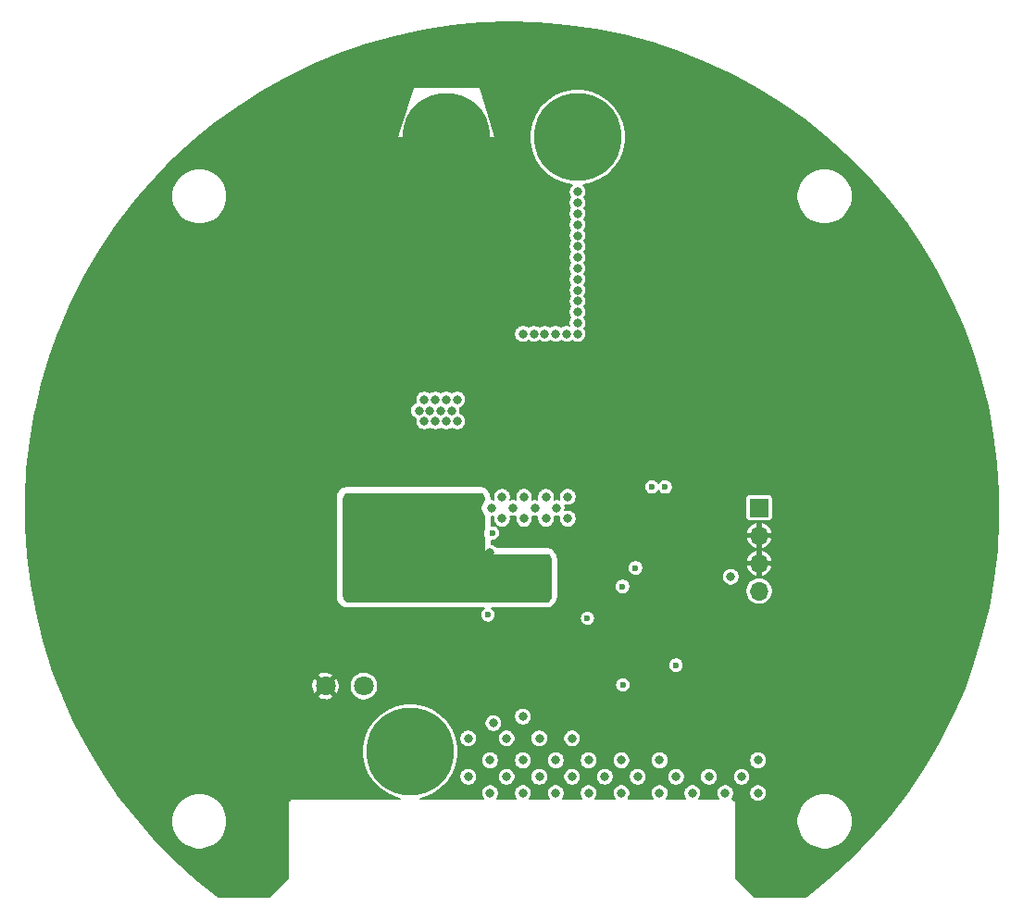
<source format=gbr>
%TF.GenerationSoftware,KiCad,Pcbnew,(5.1.7)-1*%
%TF.CreationDate,2021-06-08T22:26:36+03:00*%
%TF.ProjectId,SynchronousBuck,53796e63-6872-46f6-9e6f-75734275636b,rev?*%
%TF.SameCoordinates,Original*%
%TF.FileFunction,Copper,L2,Inr*%
%TF.FilePolarity,Positive*%
%FSLAX46Y46*%
G04 Gerber Fmt 4.6, Leading zero omitted, Abs format (unit mm)*
G04 Created by KiCad (PCBNEW (5.1.7)-1) date 2021-06-08 22:26:36*
%MOMM*%
%LPD*%
G01*
G04 APERTURE LIST*
%TA.AperFunction,ComponentPad*%
%ADD10C,1.800000*%
%TD*%
%TA.AperFunction,ComponentPad*%
%ADD11C,8.000000*%
%TD*%
%TA.AperFunction,ComponentPad*%
%ADD12O,1.700000X1.700000*%
%TD*%
%TA.AperFunction,ComponentPad*%
%ADD13R,1.700000X1.700000*%
%TD*%
%TA.AperFunction,ViaPad*%
%ADD14C,0.800000*%
%TD*%
%TA.AperFunction,ViaPad*%
%ADD15C,0.600000*%
%TD*%
%TA.AperFunction,ViaPad*%
%ADD16C,0.400000*%
%TD*%
%TA.AperFunction,Conductor*%
%ADD17C,0.254000*%
%TD*%
%TA.AperFunction,Conductor*%
%ADD18C,0.100000*%
%TD*%
%TA.AperFunction,Conductor*%
%ADD19C,0.200000*%
%TD*%
G04 APERTURE END LIST*
D10*
%TO.N,GND*%
%TO.C,J104*%
X82950000Y-116200000D03*
%TO.N,Net-(C119-Pad2)*%
X86450000Y-116200000D03*
%TD*%
D11*
%TO.N,GND*%
%TO.C,J103*%
X94000000Y-66000000D03*
%TO.N,/VOUT*%
X106000000Y-66000000D03*
%TD*%
%TO.N,VCC*%
%TO.C,J101*%
X90700000Y-122200000D03*
%TO.N,GND*%
X78700000Y-122200000D03*
%TD*%
D12*
%TO.N,Net-(D102-Pad1)*%
%TO.C,J102*%
X122600000Y-107520000D03*
%TO.N,GND*%
X122600000Y-104980000D03*
X122600000Y-102440000D03*
D13*
%TO.N,Net-(D103-Pad1)*%
X122600000Y-99900000D03*
%TD*%
D14*
%TO.N,GND*%
X105900000Y-90700000D03*
X107100000Y-90700000D03*
X103600000Y-90700000D03*
X104700000Y-90700000D03*
X108300000Y-90700000D03*
X101300000Y-90700000D03*
X102500000Y-90700000D03*
X116008000Y-113200000D03*
X109700000Y-106100000D03*
X116008000Y-112200000D03*
X116008000Y-111200000D03*
X116008000Y-110200000D03*
X116808000Y-112700000D03*
X116808000Y-111700000D03*
X116808000Y-110700000D03*
D15*
X107500000Y-102000000D03*
X112200000Y-99000000D03*
D14*
X107100000Y-91700000D03*
X105900000Y-91700000D03*
X104700000Y-91700000D03*
X103600000Y-91700000D03*
X102500000Y-91700000D03*
X103600000Y-93000000D03*
X102500000Y-93000000D03*
X101300000Y-93000000D03*
X101300000Y-91700000D03*
X108300000Y-91700000D03*
D15*
X121300000Y-120200000D03*
X118100000Y-119400000D03*
X112000000Y-103600000D03*
X106525000Y-118375000D03*
X107700000Y-119700000D03*
D16*
X56044999Y-99164999D03*
X57164999Y-108684999D03*
X57724999Y-88524999D03*
X59964999Y-116524999D03*
X61084999Y-80124999D03*
X62204999Y-94684999D03*
X63324999Y-104204999D03*
X63324999Y-123804999D03*
X65564999Y-73404999D03*
X66124999Y-85724999D03*
X66124999Y-112044999D03*
X68364999Y-129404999D03*
X69484999Y-119324999D03*
X70604999Y-67804999D03*
X70604999Y-79004999D03*
X70604999Y-91884999D03*
X71724999Y-106444999D03*
X73964999Y-134444999D03*
X75084999Y-113724999D03*
X75644999Y-84604999D03*
X75644999Y-97484999D03*
X76204999Y-72844999D03*
X77324999Y-62764999D03*
X77324999Y-127164999D03*
X80124999Y-90764999D03*
X80124999Y-103644999D03*
X81244999Y-78444999D03*
X82364999Y-68364999D03*
X84604999Y-59404999D03*
X85164999Y-96364999D03*
X85724999Y-85164999D03*
X87404999Y-73964999D03*
X93004999Y-57164999D03*
X93004999Y-79004999D03*
X95804999Y-70604999D03*
X98044999Y-92444999D03*
X98604999Y-62204999D03*
X101404999Y-76764999D03*
X103644999Y-56604999D03*
X104764999Y-105884999D03*
X110364999Y-60524999D03*
X110364999Y-73964999D03*
X110364999Y-84604999D03*
X110364999Y-98604999D03*
X114284999Y-67244999D03*
X114284999Y-91324999D03*
X115404999Y-107004999D03*
X115964999Y-79004999D03*
X119324999Y-96924999D03*
X119884999Y-61644999D03*
X119884999Y-72284999D03*
X119884999Y-85724999D03*
X119884999Y-113164999D03*
X121004999Y-127724999D03*
X124364999Y-104140000D03*
X124364999Y-119324999D03*
X124924999Y-91324999D03*
X124924999Y-134444999D03*
X125484999Y-66684999D03*
X125484999Y-77324999D03*
X127724999Y-109804999D03*
X129404999Y-84044999D03*
X129404999Y-124924999D03*
X129964999Y-96924999D03*
X131644999Y-71164999D03*
X132204999Y-115964999D03*
X133324999Y-104204999D03*
X134444999Y-89644999D03*
X135004999Y-78444999D03*
X137244999Y-121564999D03*
X137804999Y-110364999D03*
X138924999Y-98604999D03*
X140044999Y-84044999D03*
X142844999Y-91884999D03*
X143404999Y-104764999D03*
D15*
X91300000Y-111400000D03*
X91800000Y-112400000D03*
X92000000Y-113600000D03*
X92200000Y-116400000D03*
X92200000Y-115100000D03*
X127700000Y-97100000D03*
X126000000Y-95600000D03*
X118500000Y-98800000D03*
X120100000Y-98400000D03*
D14*
%TO.N,VCC*%
X105500000Y-121000000D03*
X101000000Y-119000000D03*
X98300000Y-119600000D03*
X96000000Y-121000000D03*
X99500000Y-121000000D03*
X102500000Y-121000000D03*
X122500000Y-126000000D03*
X122500000Y-123000000D03*
X121000000Y-124500000D03*
X119500000Y-126000000D03*
X116500000Y-126000000D03*
X113500000Y-126000000D03*
X113500000Y-123000000D03*
X115000000Y-124500000D03*
X111500000Y-124500000D03*
X110000000Y-126000000D03*
X110000000Y-123000000D03*
X107000000Y-126000000D03*
X107000000Y-123000000D03*
X104000000Y-126000000D03*
X104000000Y-123000000D03*
X108500000Y-124500000D03*
X105500000Y-124500000D03*
X101000000Y-126000000D03*
X101000000Y-123000000D03*
X102500000Y-124500000D03*
X98000000Y-126000000D03*
X99500000Y-124500000D03*
X98000000Y-123000000D03*
X96000000Y-124500000D03*
X118000000Y-124500000D03*
D15*
X110135000Y-116100000D03*
D14*
%TO.N,Net-(Q102-Pad1)*%
X99100000Y-100900000D03*
X105100000Y-98900000D03*
X104100000Y-99900000D03*
X105100000Y-100900000D03*
X103100000Y-100900000D03*
X101100000Y-100900000D03*
X100100000Y-99900000D03*
X102100000Y-99900000D03*
X103100000Y-98900000D03*
X101100000Y-98900000D03*
X99100000Y-98900000D03*
X98100000Y-99900000D03*
D15*
%TO.N,Net-(R112-Pad2)*%
X114000000Y-98000000D03*
X112800000Y-98000000D03*
D14*
%TO.N,/SW*%
X90000000Y-99500000D03*
X90000000Y-100500000D03*
X90000000Y-101500000D03*
X90000000Y-102500000D03*
X90000000Y-103500000D03*
X90000000Y-104500000D03*
X90000000Y-105500000D03*
X90000000Y-106500000D03*
X90000000Y-107500000D03*
X98000000Y-108000000D03*
X98000000Y-107000000D03*
X98000000Y-106000000D03*
X98000000Y-105000000D03*
X98000000Y-104000000D03*
X91000000Y-102000000D03*
X92000000Y-102000000D03*
X93000000Y-102000000D03*
X94000000Y-102000000D03*
X95000000Y-102000000D03*
X96000000Y-102000000D03*
D15*
%TO.N,/HO*%
X97800000Y-109700000D03*
X106900000Y-110000000D03*
%TO.N,/LO*%
X98200000Y-102200000D03*
X111300000Y-105400000D03*
D14*
%TO.N,/VOUT*%
X105000000Y-84000000D03*
X103000000Y-84000000D03*
X102000000Y-84000000D03*
X104000000Y-84000000D03*
X101000000Y-84000000D03*
X106000000Y-71000000D03*
X106000000Y-72000000D03*
X106000000Y-73000000D03*
X106000000Y-74000000D03*
X106000000Y-75000000D03*
X106000000Y-76000000D03*
X106000000Y-77000000D03*
X106000000Y-78000000D03*
X106000000Y-79000000D03*
X106000000Y-81000000D03*
X106000000Y-80000000D03*
X106000000Y-82000000D03*
X106000000Y-83000000D03*
X106000000Y-84000000D03*
D15*
X110100000Y-107100000D03*
X115000000Y-114300000D03*
D14*
X95000000Y-92000000D03*
X94000000Y-92000000D03*
X93000000Y-92000000D03*
X92000000Y-92000000D03*
X91500000Y-91000000D03*
X92500000Y-91000000D03*
X93500000Y-91000000D03*
X94500000Y-91000000D03*
X95000000Y-90000000D03*
X94000000Y-90000000D03*
X93000000Y-90000000D03*
X92000000Y-90000000D03*
X120000000Y-106200000D03*
%TD*%
D17*
%TO.N,/SW*%
X97096257Y-98640769D02*
X97185955Y-98677923D01*
X97262976Y-98737024D01*
X97322077Y-98814045D01*
X97359231Y-98903743D01*
X97373000Y-99008328D01*
X97373000Y-99163289D01*
X97296063Y-99240226D01*
X97182795Y-99409744D01*
X97104774Y-99598102D01*
X97065000Y-99798061D01*
X97065000Y-100001939D01*
X97104774Y-100201898D01*
X97182795Y-100390256D01*
X97296063Y-100559774D01*
X97373000Y-100636711D01*
X97373000Y-101754737D01*
X97371414Y-101757111D01*
X97300932Y-101927271D01*
X97265000Y-102107911D01*
X97265000Y-102292089D01*
X97300932Y-102472729D01*
X97371414Y-102642889D01*
X97373000Y-102645263D01*
X97373000Y-103600000D01*
X97374086Y-103616577D01*
X97391123Y-103745987D01*
X97399704Y-103778011D01*
X97449654Y-103898601D01*
X97466232Y-103927313D01*
X97545692Y-104030866D01*
X97569134Y-104054308D01*
X97672687Y-104133768D01*
X97701399Y-104150346D01*
X97821989Y-104200296D01*
X97854013Y-104208877D01*
X97983423Y-104225914D01*
X98000000Y-104227000D01*
X103091672Y-104227000D01*
X103196257Y-104240769D01*
X103285955Y-104277923D01*
X103362976Y-104337024D01*
X103422077Y-104414045D01*
X103459231Y-104503743D01*
X103473000Y-104608328D01*
X103473000Y-107991672D01*
X103459231Y-108096257D01*
X103422077Y-108185955D01*
X103362976Y-108262976D01*
X103285955Y-108322077D01*
X103196257Y-108359231D01*
X103091672Y-108373000D01*
X85008328Y-108373000D01*
X84903743Y-108359231D01*
X84814045Y-108322077D01*
X84737024Y-108262976D01*
X84677923Y-108185955D01*
X84640769Y-108096257D01*
X84627000Y-107991672D01*
X84627000Y-99008328D01*
X84640769Y-98903743D01*
X84677923Y-98814045D01*
X84737024Y-98737024D01*
X84814045Y-98677923D01*
X84903743Y-98640769D01*
X85008328Y-98627000D01*
X96991672Y-98627000D01*
X97096257Y-98640769D01*
%TA.AperFunction,Conductor*%
D18*
G36*
X97096257Y-98640769D02*
G01*
X97185955Y-98677923D01*
X97262976Y-98737024D01*
X97322077Y-98814045D01*
X97359231Y-98903743D01*
X97373000Y-99008328D01*
X97373000Y-99163289D01*
X97296063Y-99240226D01*
X97182795Y-99409744D01*
X97104774Y-99598102D01*
X97065000Y-99798061D01*
X97065000Y-100001939D01*
X97104774Y-100201898D01*
X97182795Y-100390256D01*
X97296063Y-100559774D01*
X97373000Y-100636711D01*
X97373000Y-101754737D01*
X97371414Y-101757111D01*
X97300932Y-101927271D01*
X97265000Y-102107911D01*
X97265000Y-102292089D01*
X97300932Y-102472729D01*
X97371414Y-102642889D01*
X97373000Y-102645263D01*
X97373000Y-103600000D01*
X97374086Y-103616577D01*
X97391123Y-103745987D01*
X97399704Y-103778011D01*
X97449654Y-103898601D01*
X97466232Y-103927313D01*
X97545692Y-104030866D01*
X97569134Y-104054308D01*
X97672687Y-104133768D01*
X97701399Y-104150346D01*
X97821989Y-104200296D01*
X97854013Y-104208877D01*
X97983423Y-104225914D01*
X98000000Y-104227000D01*
X103091672Y-104227000D01*
X103196257Y-104240769D01*
X103285955Y-104277923D01*
X103362976Y-104337024D01*
X103422077Y-104414045D01*
X103459231Y-104503743D01*
X103473000Y-104608328D01*
X103473000Y-107991672D01*
X103459231Y-108096257D01*
X103422077Y-108185955D01*
X103362976Y-108262976D01*
X103285955Y-108322077D01*
X103196257Y-108359231D01*
X103091672Y-108373000D01*
X85008328Y-108373000D01*
X84903743Y-108359231D01*
X84814045Y-108322077D01*
X84737024Y-108262976D01*
X84677923Y-108185955D01*
X84640769Y-108096257D01*
X84627000Y-107991672D01*
X84627000Y-99008328D01*
X84640769Y-98903743D01*
X84677923Y-98814045D01*
X84737024Y-98737024D01*
X84814045Y-98677923D01*
X84903743Y-98640769D01*
X85008328Y-98627000D01*
X96991672Y-98627000D01*
X97096257Y-98640769D01*
G37*
%TD.AperFunction*%
%TD*%
D19*
%TO.N,GND*%
X102383155Y-55564079D02*
X105014276Y-55783629D01*
X107627773Y-56158837D01*
X110214398Y-56688378D01*
X112765088Y-57370397D01*
X115270831Y-58202485D01*
X117722802Y-59181711D01*
X120112394Y-60304634D01*
X122431177Y-61567295D01*
X124671004Y-62965260D01*
X126823984Y-64493601D01*
X128882511Y-66146921D01*
X130839391Y-67919439D01*
X132687682Y-69804869D01*
X134420909Y-71796605D01*
X136032964Y-73887628D01*
X137518175Y-76070582D01*
X138871292Y-78337749D01*
X140087587Y-80681205D01*
X141162754Y-83092660D01*
X142093014Y-85563634D01*
X142875090Y-88085423D01*
X143506232Y-90649160D01*
X143984218Y-93245814D01*
X144307364Y-95866250D01*
X144474534Y-98501239D01*
X144485137Y-101141498D01*
X144339137Y-103777749D01*
X144037047Y-106400698D01*
X143579938Y-109001082D01*
X142969405Y-111569818D01*
X142207604Y-114097824D01*
X141297222Y-116576186D01*
X140241460Y-118996195D01*
X139044039Y-121349322D01*
X137709152Y-123627322D01*
X136241531Y-125822120D01*
X134646323Y-127926023D01*
X132929140Y-129931625D01*
X131096059Y-131831832D01*
X129153486Y-133620005D01*
X127103673Y-135293586D01*
X126831732Y-135500000D01*
X122207106Y-135500000D01*
X120500000Y-133792895D01*
X120500000Y-128333117D01*
X126034270Y-128333117D01*
X126034270Y-128835423D01*
X126132265Y-129328077D01*
X126324490Y-129792148D01*
X126603556Y-130209800D01*
X126958740Y-130564984D01*
X127376392Y-130844050D01*
X127840463Y-131036275D01*
X128333117Y-131134270D01*
X128835423Y-131134270D01*
X129328077Y-131036275D01*
X129792148Y-130844050D01*
X130209800Y-130564984D01*
X130564984Y-130209800D01*
X130844050Y-129792148D01*
X131036275Y-129328077D01*
X131134270Y-128835423D01*
X131134270Y-128333117D01*
X131036275Y-127840463D01*
X130844050Y-127376392D01*
X130564984Y-126958740D01*
X130209800Y-126603556D01*
X129792148Y-126324490D01*
X129328077Y-126132265D01*
X128835423Y-126034270D01*
X128333117Y-126034270D01*
X127840463Y-126132265D01*
X127376392Y-126324490D01*
X126958740Y-126603556D01*
X126603556Y-126958740D01*
X126324490Y-127376392D01*
X126132265Y-127840463D01*
X126034270Y-128333117D01*
X120500000Y-128333117D01*
X120500000Y-127024560D01*
X120502419Y-127000000D01*
X120492765Y-126901983D01*
X120464175Y-126807733D01*
X120417746Y-126720871D01*
X120355264Y-126644736D01*
X120279129Y-126582254D01*
X120192267Y-126535825D01*
X120118057Y-126513314D01*
X120121401Y-126509970D01*
X120208951Y-126378942D01*
X120269257Y-126233351D01*
X120300000Y-126078793D01*
X120300000Y-125921207D01*
X121700000Y-125921207D01*
X121700000Y-126078793D01*
X121730743Y-126233351D01*
X121791049Y-126378942D01*
X121878599Y-126509970D01*
X121990030Y-126621401D01*
X122121058Y-126708951D01*
X122266649Y-126769257D01*
X122421207Y-126800000D01*
X122578793Y-126800000D01*
X122733351Y-126769257D01*
X122878942Y-126708951D01*
X123009970Y-126621401D01*
X123121401Y-126509970D01*
X123208951Y-126378942D01*
X123269257Y-126233351D01*
X123300000Y-126078793D01*
X123300000Y-125921207D01*
X123269257Y-125766649D01*
X123208951Y-125621058D01*
X123121401Y-125490030D01*
X123009970Y-125378599D01*
X122878942Y-125291049D01*
X122733351Y-125230743D01*
X122578793Y-125200000D01*
X122421207Y-125200000D01*
X122266649Y-125230743D01*
X122121058Y-125291049D01*
X121990030Y-125378599D01*
X121878599Y-125490030D01*
X121791049Y-125621058D01*
X121730743Y-125766649D01*
X121700000Y-125921207D01*
X120300000Y-125921207D01*
X120269257Y-125766649D01*
X120208951Y-125621058D01*
X120121401Y-125490030D01*
X120009970Y-125378599D01*
X119878942Y-125291049D01*
X119733351Y-125230743D01*
X119578793Y-125200000D01*
X119421207Y-125200000D01*
X119266649Y-125230743D01*
X119121058Y-125291049D01*
X118990030Y-125378599D01*
X118878599Y-125490030D01*
X118791049Y-125621058D01*
X118730743Y-125766649D01*
X118700000Y-125921207D01*
X118700000Y-126078793D01*
X118730743Y-126233351D01*
X118791049Y-126378942D01*
X118871937Y-126500000D01*
X117128063Y-126500000D01*
X117208951Y-126378942D01*
X117269257Y-126233351D01*
X117300000Y-126078793D01*
X117300000Y-125921207D01*
X117269257Y-125766649D01*
X117208951Y-125621058D01*
X117121401Y-125490030D01*
X117009970Y-125378599D01*
X116878942Y-125291049D01*
X116733351Y-125230743D01*
X116578793Y-125200000D01*
X116421207Y-125200000D01*
X116266649Y-125230743D01*
X116121058Y-125291049D01*
X115990030Y-125378599D01*
X115878599Y-125490030D01*
X115791049Y-125621058D01*
X115730743Y-125766649D01*
X115700000Y-125921207D01*
X115700000Y-126078793D01*
X115730743Y-126233351D01*
X115791049Y-126378942D01*
X115871937Y-126500000D01*
X114128063Y-126500000D01*
X114208951Y-126378942D01*
X114269257Y-126233351D01*
X114300000Y-126078793D01*
X114300000Y-125921207D01*
X114269257Y-125766649D01*
X114208951Y-125621058D01*
X114121401Y-125490030D01*
X114009970Y-125378599D01*
X113878942Y-125291049D01*
X113733351Y-125230743D01*
X113578793Y-125200000D01*
X113421207Y-125200000D01*
X113266649Y-125230743D01*
X113121058Y-125291049D01*
X112990030Y-125378599D01*
X112878599Y-125490030D01*
X112791049Y-125621058D01*
X112730743Y-125766649D01*
X112700000Y-125921207D01*
X112700000Y-126078793D01*
X112730743Y-126233351D01*
X112791049Y-126378942D01*
X112871937Y-126500000D01*
X110628063Y-126500000D01*
X110708951Y-126378942D01*
X110769257Y-126233351D01*
X110800000Y-126078793D01*
X110800000Y-125921207D01*
X110769257Y-125766649D01*
X110708951Y-125621058D01*
X110621401Y-125490030D01*
X110509970Y-125378599D01*
X110378942Y-125291049D01*
X110233351Y-125230743D01*
X110078793Y-125200000D01*
X109921207Y-125200000D01*
X109766649Y-125230743D01*
X109621058Y-125291049D01*
X109490030Y-125378599D01*
X109378599Y-125490030D01*
X109291049Y-125621058D01*
X109230743Y-125766649D01*
X109200000Y-125921207D01*
X109200000Y-126078793D01*
X109230743Y-126233351D01*
X109291049Y-126378942D01*
X109371937Y-126500000D01*
X107628063Y-126500000D01*
X107708951Y-126378942D01*
X107769257Y-126233351D01*
X107800000Y-126078793D01*
X107800000Y-125921207D01*
X107769257Y-125766649D01*
X107708951Y-125621058D01*
X107621401Y-125490030D01*
X107509970Y-125378599D01*
X107378942Y-125291049D01*
X107233351Y-125230743D01*
X107078793Y-125200000D01*
X106921207Y-125200000D01*
X106766649Y-125230743D01*
X106621058Y-125291049D01*
X106490030Y-125378599D01*
X106378599Y-125490030D01*
X106291049Y-125621058D01*
X106230743Y-125766649D01*
X106200000Y-125921207D01*
X106200000Y-126078793D01*
X106230743Y-126233351D01*
X106291049Y-126378942D01*
X106371937Y-126500000D01*
X104628063Y-126500000D01*
X104708951Y-126378942D01*
X104769257Y-126233351D01*
X104800000Y-126078793D01*
X104800000Y-125921207D01*
X104769257Y-125766649D01*
X104708951Y-125621058D01*
X104621401Y-125490030D01*
X104509970Y-125378599D01*
X104378942Y-125291049D01*
X104233351Y-125230743D01*
X104078793Y-125200000D01*
X103921207Y-125200000D01*
X103766649Y-125230743D01*
X103621058Y-125291049D01*
X103490030Y-125378599D01*
X103378599Y-125490030D01*
X103291049Y-125621058D01*
X103230743Y-125766649D01*
X103200000Y-125921207D01*
X103200000Y-126078793D01*
X103230743Y-126233351D01*
X103291049Y-126378942D01*
X103371937Y-126500000D01*
X101628063Y-126500000D01*
X101708951Y-126378942D01*
X101769257Y-126233351D01*
X101800000Y-126078793D01*
X101800000Y-125921207D01*
X101769257Y-125766649D01*
X101708951Y-125621058D01*
X101621401Y-125490030D01*
X101509970Y-125378599D01*
X101378942Y-125291049D01*
X101233351Y-125230743D01*
X101078793Y-125200000D01*
X100921207Y-125200000D01*
X100766649Y-125230743D01*
X100621058Y-125291049D01*
X100490030Y-125378599D01*
X100378599Y-125490030D01*
X100291049Y-125621058D01*
X100230743Y-125766649D01*
X100200000Y-125921207D01*
X100200000Y-126078793D01*
X100230743Y-126233351D01*
X100291049Y-126378942D01*
X100371937Y-126500000D01*
X98628063Y-126500000D01*
X98708951Y-126378942D01*
X98769257Y-126233351D01*
X98800000Y-126078793D01*
X98800000Y-125921207D01*
X98769257Y-125766649D01*
X98708951Y-125621058D01*
X98621401Y-125490030D01*
X98509970Y-125378599D01*
X98378942Y-125291049D01*
X98233351Y-125230743D01*
X98078793Y-125200000D01*
X97921207Y-125200000D01*
X97766649Y-125230743D01*
X97621058Y-125291049D01*
X97490030Y-125378599D01*
X97378599Y-125490030D01*
X97291049Y-125621058D01*
X97230743Y-125766649D01*
X97200000Y-125921207D01*
X97200000Y-126078793D01*
X97230743Y-126233351D01*
X97291049Y-126378942D01*
X97371937Y-126500000D01*
X91636098Y-126500000D01*
X91983433Y-126430911D01*
X92784182Y-126099230D01*
X93504837Y-125617703D01*
X94117703Y-125004837D01*
X94507672Y-124421207D01*
X95200000Y-124421207D01*
X95200000Y-124578793D01*
X95230743Y-124733351D01*
X95291049Y-124878942D01*
X95378599Y-125009970D01*
X95490030Y-125121401D01*
X95621058Y-125208951D01*
X95766649Y-125269257D01*
X95921207Y-125300000D01*
X96078793Y-125300000D01*
X96233351Y-125269257D01*
X96378942Y-125208951D01*
X96509970Y-125121401D01*
X96621401Y-125009970D01*
X96708951Y-124878942D01*
X96769257Y-124733351D01*
X96800000Y-124578793D01*
X96800000Y-124421207D01*
X98700000Y-124421207D01*
X98700000Y-124578793D01*
X98730743Y-124733351D01*
X98791049Y-124878942D01*
X98878599Y-125009970D01*
X98990030Y-125121401D01*
X99121058Y-125208951D01*
X99266649Y-125269257D01*
X99421207Y-125300000D01*
X99578793Y-125300000D01*
X99733351Y-125269257D01*
X99878942Y-125208951D01*
X100009970Y-125121401D01*
X100121401Y-125009970D01*
X100208951Y-124878942D01*
X100269257Y-124733351D01*
X100300000Y-124578793D01*
X100300000Y-124421207D01*
X101700000Y-124421207D01*
X101700000Y-124578793D01*
X101730743Y-124733351D01*
X101791049Y-124878942D01*
X101878599Y-125009970D01*
X101990030Y-125121401D01*
X102121058Y-125208951D01*
X102266649Y-125269257D01*
X102421207Y-125300000D01*
X102578793Y-125300000D01*
X102733351Y-125269257D01*
X102878942Y-125208951D01*
X103009970Y-125121401D01*
X103121401Y-125009970D01*
X103208951Y-124878942D01*
X103269257Y-124733351D01*
X103300000Y-124578793D01*
X103300000Y-124421207D01*
X104700000Y-124421207D01*
X104700000Y-124578793D01*
X104730743Y-124733351D01*
X104791049Y-124878942D01*
X104878599Y-125009970D01*
X104990030Y-125121401D01*
X105121058Y-125208951D01*
X105266649Y-125269257D01*
X105421207Y-125300000D01*
X105578793Y-125300000D01*
X105733351Y-125269257D01*
X105878942Y-125208951D01*
X106009970Y-125121401D01*
X106121401Y-125009970D01*
X106208951Y-124878942D01*
X106269257Y-124733351D01*
X106300000Y-124578793D01*
X106300000Y-124421207D01*
X107700000Y-124421207D01*
X107700000Y-124578793D01*
X107730743Y-124733351D01*
X107791049Y-124878942D01*
X107878599Y-125009970D01*
X107990030Y-125121401D01*
X108121058Y-125208951D01*
X108266649Y-125269257D01*
X108421207Y-125300000D01*
X108578793Y-125300000D01*
X108733351Y-125269257D01*
X108878942Y-125208951D01*
X109009970Y-125121401D01*
X109121401Y-125009970D01*
X109208951Y-124878942D01*
X109269257Y-124733351D01*
X109300000Y-124578793D01*
X109300000Y-124421207D01*
X110700000Y-124421207D01*
X110700000Y-124578793D01*
X110730743Y-124733351D01*
X110791049Y-124878942D01*
X110878599Y-125009970D01*
X110990030Y-125121401D01*
X111121058Y-125208951D01*
X111266649Y-125269257D01*
X111421207Y-125300000D01*
X111578793Y-125300000D01*
X111733351Y-125269257D01*
X111878942Y-125208951D01*
X112009970Y-125121401D01*
X112121401Y-125009970D01*
X112208951Y-124878942D01*
X112269257Y-124733351D01*
X112300000Y-124578793D01*
X112300000Y-124421207D01*
X114200000Y-124421207D01*
X114200000Y-124578793D01*
X114230743Y-124733351D01*
X114291049Y-124878942D01*
X114378599Y-125009970D01*
X114490030Y-125121401D01*
X114621058Y-125208951D01*
X114766649Y-125269257D01*
X114921207Y-125300000D01*
X115078793Y-125300000D01*
X115233351Y-125269257D01*
X115378942Y-125208951D01*
X115509970Y-125121401D01*
X115621401Y-125009970D01*
X115708951Y-124878942D01*
X115769257Y-124733351D01*
X115800000Y-124578793D01*
X115800000Y-124421207D01*
X117200000Y-124421207D01*
X117200000Y-124578793D01*
X117230743Y-124733351D01*
X117291049Y-124878942D01*
X117378599Y-125009970D01*
X117490030Y-125121401D01*
X117621058Y-125208951D01*
X117766649Y-125269257D01*
X117921207Y-125300000D01*
X118078793Y-125300000D01*
X118233351Y-125269257D01*
X118378942Y-125208951D01*
X118509970Y-125121401D01*
X118621401Y-125009970D01*
X118708951Y-124878942D01*
X118769257Y-124733351D01*
X118800000Y-124578793D01*
X118800000Y-124421207D01*
X120200000Y-124421207D01*
X120200000Y-124578793D01*
X120230743Y-124733351D01*
X120291049Y-124878942D01*
X120378599Y-125009970D01*
X120490030Y-125121401D01*
X120621058Y-125208951D01*
X120766649Y-125269257D01*
X120921207Y-125300000D01*
X121078793Y-125300000D01*
X121233351Y-125269257D01*
X121378942Y-125208951D01*
X121509970Y-125121401D01*
X121621401Y-125009970D01*
X121708951Y-124878942D01*
X121769257Y-124733351D01*
X121800000Y-124578793D01*
X121800000Y-124421207D01*
X121769257Y-124266649D01*
X121708951Y-124121058D01*
X121621401Y-123990030D01*
X121509970Y-123878599D01*
X121378942Y-123791049D01*
X121233351Y-123730743D01*
X121078793Y-123700000D01*
X120921207Y-123700000D01*
X120766649Y-123730743D01*
X120621058Y-123791049D01*
X120490030Y-123878599D01*
X120378599Y-123990030D01*
X120291049Y-124121058D01*
X120230743Y-124266649D01*
X120200000Y-124421207D01*
X118800000Y-124421207D01*
X118769257Y-124266649D01*
X118708951Y-124121058D01*
X118621401Y-123990030D01*
X118509970Y-123878599D01*
X118378942Y-123791049D01*
X118233351Y-123730743D01*
X118078793Y-123700000D01*
X117921207Y-123700000D01*
X117766649Y-123730743D01*
X117621058Y-123791049D01*
X117490030Y-123878599D01*
X117378599Y-123990030D01*
X117291049Y-124121058D01*
X117230743Y-124266649D01*
X117200000Y-124421207D01*
X115800000Y-124421207D01*
X115769257Y-124266649D01*
X115708951Y-124121058D01*
X115621401Y-123990030D01*
X115509970Y-123878599D01*
X115378942Y-123791049D01*
X115233351Y-123730743D01*
X115078793Y-123700000D01*
X114921207Y-123700000D01*
X114766649Y-123730743D01*
X114621058Y-123791049D01*
X114490030Y-123878599D01*
X114378599Y-123990030D01*
X114291049Y-124121058D01*
X114230743Y-124266649D01*
X114200000Y-124421207D01*
X112300000Y-124421207D01*
X112269257Y-124266649D01*
X112208951Y-124121058D01*
X112121401Y-123990030D01*
X112009970Y-123878599D01*
X111878942Y-123791049D01*
X111733351Y-123730743D01*
X111578793Y-123700000D01*
X111421207Y-123700000D01*
X111266649Y-123730743D01*
X111121058Y-123791049D01*
X110990030Y-123878599D01*
X110878599Y-123990030D01*
X110791049Y-124121058D01*
X110730743Y-124266649D01*
X110700000Y-124421207D01*
X109300000Y-124421207D01*
X109269257Y-124266649D01*
X109208951Y-124121058D01*
X109121401Y-123990030D01*
X109009970Y-123878599D01*
X108878942Y-123791049D01*
X108733351Y-123730743D01*
X108578793Y-123700000D01*
X108421207Y-123700000D01*
X108266649Y-123730743D01*
X108121058Y-123791049D01*
X107990030Y-123878599D01*
X107878599Y-123990030D01*
X107791049Y-124121058D01*
X107730743Y-124266649D01*
X107700000Y-124421207D01*
X106300000Y-124421207D01*
X106269257Y-124266649D01*
X106208951Y-124121058D01*
X106121401Y-123990030D01*
X106009970Y-123878599D01*
X105878942Y-123791049D01*
X105733351Y-123730743D01*
X105578793Y-123700000D01*
X105421207Y-123700000D01*
X105266649Y-123730743D01*
X105121058Y-123791049D01*
X104990030Y-123878599D01*
X104878599Y-123990030D01*
X104791049Y-124121058D01*
X104730743Y-124266649D01*
X104700000Y-124421207D01*
X103300000Y-124421207D01*
X103269257Y-124266649D01*
X103208951Y-124121058D01*
X103121401Y-123990030D01*
X103009970Y-123878599D01*
X102878942Y-123791049D01*
X102733351Y-123730743D01*
X102578793Y-123700000D01*
X102421207Y-123700000D01*
X102266649Y-123730743D01*
X102121058Y-123791049D01*
X101990030Y-123878599D01*
X101878599Y-123990030D01*
X101791049Y-124121058D01*
X101730743Y-124266649D01*
X101700000Y-124421207D01*
X100300000Y-124421207D01*
X100269257Y-124266649D01*
X100208951Y-124121058D01*
X100121401Y-123990030D01*
X100009970Y-123878599D01*
X99878942Y-123791049D01*
X99733351Y-123730743D01*
X99578793Y-123700000D01*
X99421207Y-123700000D01*
X99266649Y-123730743D01*
X99121058Y-123791049D01*
X98990030Y-123878599D01*
X98878599Y-123990030D01*
X98791049Y-124121058D01*
X98730743Y-124266649D01*
X98700000Y-124421207D01*
X96800000Y-124421207D01*
X96769257Y-124266649D01*
X96708951Y-124121058D01*
X96621401Y-123990030D01*
X96509970Y-123878599D01*
X96378942Y-123791049D01*
X96233351Y-123730743D01*
X96078793Y-123700000D01*
X95921207Y-123700000D01*
X95766649Y-123730743D01*
X95621058Y-123791049D01*
X95490030Y-123878599D01*
X95378599Y-123990030D01*
X95291049Y-124121058D01*
X95230743Y-124266649D01*
X95200000Y-124421207D01*
X94507672Y-124421207D01*
X94599230Y-124284182D01*
X94930911Y-123483433D01*
X95042744Y-122921207D01*
X97200000Y-122921207D01*
X97200000Y-123078793D01*
X97230743Y-123233351D01*
X97291049Y-123378942D01*
X97378599Y-123509970D01*
X97490030Y-123621401D01*
X97621058Y-123708951D01*
X97766649Y-123769257D01*
X97921207Y-123800000D01*
X98078793Y-123800000D01*
X98233351Y-123769257D01*
X98378942Y-123708951D01*
X98509970Y-123621401D01*
X98621401Y-123509970D01*
X98708951Y-123378942D01*
X98769257Y-123233351D01*
X98800000Y-123078793D01*
X98800000Y-122921207D01*
X100200000Y-122921207D01*
X100200000Y-123078793D01*
X100230743Y-123233351D01*
X100291049Y-123378942D01*
X100378599Y-123509970D01*
X100490030Y-123621401D01*
X100621058Y-123708951D01*
X100766649Y-123769257D01*
X100921207Y-123800000D01*
X101078793Y-123800000D01*
X101233351Y-123769257D01*
X101378942Y-123708951D01*
X101509970Y-123621401D01*
X101621401Y-123509970D01*
X101708951Y-123378942D01*
X101769257Y-123233351D01*
X101800000Y-123078793D01*
X101800000Y-122921207D01*
X103200000Y-122921207D01*
X103200000Y-123078793D01*
X103230743Y-123233351D01*
X103291049Y-123378942D01*
X103378599Y-123509970D01*
X103490030Y-123621401D01*
X103621058Y-123708951D01*
X103766649Y-123769257D01*
X103921207Y-123800000D01*
X104078793Y-123800000D01*
X104233351Y-123769257D01*
X104378942Y-123708951D01*
X104509970Y-123621401D01*
X104621401Y-123509970D01*
X104708951Y-123378942D01*
X104769257Y-123233351D01*
X104800000Y-123078793D01*
X104800000Y-122921207D01*
X106200000Y-122921207D01*
X106200000Y-123078793D01*
X106230743Y-123233351D01*
X106291049Y-123378942D01*
X106378599Y-123509970D01*
X106490030Y-123621401D01*
X106621058Y-123708951D01*
X106766649Y-123769257D01*
X106921207Y-123800000D01*
X107078793Y-123800000D01*
X107233351Y-123769257D01*
X107378942Y-123708951D01*
X107509970Y-123621401D01*
X107621401Y-123509970D01*
X107708951Y-123378942D01*
X107769257Y-123233351D01*
X107800000Y-123078793D01*
X107800000Y-122921207D01*
X109200000Y-122921207D01*
X109200000Y-123078793D01*
X109230743Y-123233351D01*
X109291049Y-123378942D01*
X109378599Y-123509970D01*
X109490030Y-123621401D01*
X109621058Y-123708951D01*
X109766649Y-123769257D01*
X109921207Y-123800000D01*
X110078793Y-123800000D01*
X110233351Y-123769257D01*
X110378942Y-123708951D01*
X110509970Y-123621401D01*
X110621401Y-123509970D01*
X110708951Y-123378942D01*
X110769257Y-123233351D01*
X110800000Y-123078793D01*
X110800000Y-122921207D01*
X112700000Y-122921207D01*
X112700000Y-123078793D01*
X112730743Y-123233351D01*
X112791049Y-123378942D01*
X112878599Y-123509970D01*
X112990030Y-123621401D01*
X113121058Y-123708951D01*
X113266649Y-123769257D01*
X113421207Y-123800000D01*
X113578793Y-123800000D01*
X113733351Y-123769257D01*
X113878942Y-123708951D01*
X114009970Y-123621401D01*
X114121401Y-123509970D01*
X114208951Y-123378942D01*
X114269257Y-123233351D01*
X114300000Y-123078793D01*
X114300000Y-122921207D01*
X121700000Y-122921207D01*
X121700000Y-123078793D01*
X121730743Y-123233351D01*
X121791049Y-123378942D01*
X121878599Y-123509970D01*
X121990030Y-123621401D01*
X122121058Y-123708951D01*
X122266649Y-123769257D01*
X122421207Y-123800000D01*
X122578793Y-123800000D01*
X122733351Y-123769257D01*
X122878942Y-123708951D01*
X123009970Y-123621401D01*
X123121401Y-123509970D01*
X123208951Y-123378942D01*
X123269257Y-123233351D01*
X123300000Y-123078793D01*
X123300000Y-122921207D01*
X123269257Y-122766649D01*
X123208951Y-122621058D01*
X123121401Y-122490030D01*
X123009970Y-122378599D01*
X122878942Y-122291049D01*
X122733351Y-122230743D01*
X122578793Y-122200000D01*
X122421207Y-122200000D01*
X122266649Y-122230743D01*
X122121058Y-122291049D01*
X121990030Y-122378599D01*
X121878599Y-122490030D01*
X121791049Y-122621058D01*
X121730743Y-122766649D01*
X121700000Y-122921207D01*
X114300000Y-122921207D01*
X114269257Y-122766649D01*
X114208951Y-122621058D01*
X114121401Y-122490030D01*
X114009970Y-122378599D01*
X113878942Y-122291049D01*
X113733351Y-122230743D01*
X113578793Y-122200000D01*
X113421207Y-122200000D01*
X113266649Y-122230743D01*
X113121058Y-122291049D01*
X112990030Y-122378599D01*
X112878599Y-122490030D01*
X112791049Y-122621058D01*
X112730743Y-122766649D01*
X112700000Y-122921207D01*
X110800000Y-122921207D01*
X110769257Y-122766649D01*
X110708951Y-122621058D01*
X110621401Y-122490030D01*
X110509970Y-122378599D01*
X110378942Y-122291049D01*
X110233351Y-122230743D01*
X110078793Y-122200000D01*
X109921207Y-122200000D01*
X109766649Y-122230743D01*
X109621058Y-122291049D01*
X109490030Y-122378599D01*
X109378599Y-122490030D01*
X109291049Y-122621058D01*
X109230743Y-122766649D01*
X109200000Y-122921207D01*
X107800000Y-122921207D01*
X107769257Y-122766649D01*
X107708951Y-122621058D01*
X107621401Y-122490030D01*
X107509970Y-122378599D01*
X107378942Y-122291049D01*
X107233351Y-122230743D01*
X107078793Y-122200000D01*
X106921207Y-122200000D01*
X106766649Y-122230743D01*
X106621058Y-122291049D01*
X106490030Y-122378599D01*
X106378599Y-122490030D01*
X106291049Y-122621058D01*
X106230743Y-122766649D01*
X106200000Y-122921207D01*
X104800000Y-122921207D01*
X104769257Y-122766649D01*
X104708951Y-122621058D01*
X104621401Y-122490030D01*
X104509970Y-122378599D01*
X104378942Y-122291049D01*
X104233351Y-122230743D01*
X104078793Y-122200000D01*
X103921207Y-122200000D01*
X103766649Y-122230743D01*
X103621058Y-122291049D01*
X103490030Y-122378599D01*
X103378599Y-122490030D01*
X103291049Y-122621058D01*
X103230743Y-122766649D01*
X103200000Y-122921207D01*
X101800000Y-122921207D01*
X101769257Y-122766649D01*
X101708951Y-122621058D01*
X101621401Y-122490030D01*
X101509970Y-122378599D01*
X101378942Y-122291049D01*
X101233351Y-122230743D01*
X101078793Y-122200000D01*
X100921207Y-122200000D01*
X100766649Y-122230743D01*
X100621058Y-122291049D01*
X100490030Y-122378599D01*
X100378599Y-122490030D01*
X100291049Y-122621058D01*
X100230743Y-122766649D01*
X100200000Y-122921207D01*
X98800000Y-122921207D01*
X98769257Y-122766649D01*
X98708951Y-122621058D01*
X98621401Y-122490030D01*
X98509970Y-122378599D01*
X98378942Y-122291049D01*
X98233351Y-122230743D01*
X98078793Y-122200000D01*
X97921207Y-122200000D01*
X97766649Y-122230743D01*
X97621058Y-122291049D01*
X97490030Y-122378599D01*
X97378599Y-122490030D01*
X97291049Y-122621058D01*
X97230743Y-122766649D01*
X97200000Y-122921207D01*
X95042744Y-122921207D01*
X95100000Y-122633362D01*
X95100000Y-121766638D01*
X94931834Y-120921207D01*
X95200000Y-120921207D01*
X95200000Y-121078793D01*
X95230743Y-121233351D01*
X95291049Y-121378942D01*
X95378599Y-121509970D01*
X95490030Y-121621401D01*
X95621058Y-121708951D01*
X95766649Y-121769257D01*
X95921207Y-121800000D01*
X96078793Y-121800000D01*
X96233351Y-121769257D01*
X96378942Y-121708951D01*
X96509970Y-121621401D01*
X96621401Y-121509970D01*
X96708951Y-121378942D01*
X96769257Y-121233351D01*
X96800000Y-121078793D01*
X96800000Y-120921207D01*
X98700000Y-120921207D01*
X98700000Y-121078793D01*
X98730743Y-121233351D01*
X98791049Y-121378942D01*
X98878599Y-121509970D01*
X98990030Y-121621401D01*
X99121058Y-121708951D01*
X99266649Y-121769257D01*
X99421207Y-121800000D01*
X99578793Y-121800000D01*
X99733351Y-121769257D01*
X99878942Y-121708951D01*
X100009970Y-121621401D01*
X100121401Y-121509970D01*
X100208951Y-121378942D01*
X100269257Y-121233351D01*
X100300000Y-121078793D01*
X100300000Y-120921207D01*
X101700000Y-120921207D01*
X101700000Y-121078793D01*
X101730743Y-121233351D01*
X101791049Y-121378942D01*
X101878599Y-121509970D01*
X101990030Y-121621401D01*
X102121058Y-121708951D01*
X102266649Y-121769257D01*
X102421207Y-121800000D01*
X102578793Y-121800000D01*
X102733351Y-121769257D01*
X102878942Y-121708951D01*
X103009970Y-121621401D01*
X103121401Y-121509970D01*
X103208951Y-121378942D01*
X103269257Y-121233351D01*
X103300000Y-121078793D01*
X103300000Y-120921207D01*
X104700000Y-120921207D01*
X104700000Y-121078793D01*
X104730743Y-121233351D01*
X104791049Y-121378942D01*
X104878599Y-121509970D01*
X104990030Y-121621401D01*
X105121058Y-121708951D01*
X105266649Y-121769257D01*
X105421207Y-121800000D01*
X105578793Y-121800000D01*
X105733351Y-121769257D01*
X105878942Y-121708951D01*
X106009970Y-121621401D01*
X106121401Y-121509970D01*
X106208951Y-121378942D01*
X106269257Y-121233351D01*
X106300000Y-121078793D01*
X106300000Y-120921207D01*
X106269257Y-120766649D01*
X106208951Y-120621058D01*
X106121401Y-120490030D01*
X106009970Y-120378599D01*
X105878942Y-120291049D01*
X105733351Y-120230743D01*
X105578793Y-120200000D01*
X105421207Y-120200000D01*
X105266649Y-120230743D01*
X105121058Y-120291049D01*
X104990030Y-120378599D01*
X104878599Y-120490030D01*
X104791049Y-120621058D01*
X104730743Y-120766649D01*
X104700000Y-120921207D01*
X103300000Y-120921207D01*
X103269257Y-120766649D01*
X103208951Y-120621058D01*
X103121401Y-120490030D01*
X103009970Y-120378599D01*
X102878942Y-120291049D01*
X102733351Y-120230743D01*
X102578793Y-120200000D01*
X102421207Y-120200000D01*
X102266649Y-120230743D01*
X102121058Y-120291049D01*
X101990030Y-120378599D01*
X101878599Y-120490030D01*
X101791049Y-120621058D01*
X101730743Y-120766649D01*
X101700000Y-120921207D01*
X100300000Y-120921207D01*
X100269257Y-120766649D01*
X100208951Y-120621058D01*
X100121401Y-120490030D01*
X100009970Y-120378599D01*
X99878942Y-120291049D01*
X99733351Y-120230743D01*
X99578793Y-120200000D01*
X99421207Y-120200000D01*
X99266649Y-120230743D01*
X99121058Y-120291049D01*
X98990030Y-120378599D01*
X98878599Y-120490030D01*
X98791049Y-120621058D01*
X98730743Y-120766649D01*
X98700000Y-120921207D01*
X96800000Y-120921207D01*
X96769257Y-120766649D01*
X96708951Y-120621058D01*
X96621401Y-120490030D01*
X96509970Y-120378599D01*
X96378942Y-120291049D01*
X96233351Y-120230743D01*
X96078793Y-120200000D01*
X95921207Y-120200000D01*
X95766649Y-120230743D01*
X95621058Y-120291049D01*
X95490030Y-120378599D01*
X95378599Y-120490030D01*
X95291049Y-120621058D01*
X95230743Y-120766649D01*
X95200000Y-120921207D01*
X94931834Y-120921207D01*
X94930911Y-120916567D01*
X94599230Y-120115818D01*
X94201924Y-119521207D01*
X97500000Y-119521207D01*
X97500000Y-119678793D01*
X97530743Y-119833351D01*
X97591049Y-119978942D01*
X97678599Y-120109970D01*
X97790030Y-120221401D01*
X97921058Y-120308951D01*
X98066649Y-120369257D01*
X98221207Y-120400000D01*
X98378793Y-120400000D01*
X98533351Y-120369257D01*
X98678942Y-120308951D01*
X98809970Y-120221401D01*
X98921401Y-120109970D01*
X99008951Y-119978942D01*
X99069257Y-119833351D01*
X99100000Y-119678793D01*
X99100000Y-119521207D01*
X99069257Y-119366649D01*
X99008951Y-119221058D01*
X98921401Y-119090030D01*
X98809970Y-118978599D01*
X98724077Y-118921207D01*
X100200000Y-118921207D01*
X100200000Y-119078793D01*
X100230743Y-119233351D01*
X100291049Y-119378942D01*
X100378599Y-119509970D01*
X100490030Y-119621401D01*
X100621058Y-119708951D01*
X100766649Y-119769257D01*
X100921207Y-119800000D01*
X101078793Y-119800000D01*
X101233351Y-119769257D01*
X101378942Y-119708951D01*
X101509970Y-119621401D01*
X101621401Y-119509970D01*
X101708951Y-119378942D01*
X101769257Y-119233351D01*
X101800000Y-119078793D01*
X101800000Y-118921207D01*
X101769257Y-118766649D01*
X101708951Y-118621058D01*
X101621401Y-118490030D01*
X101509970Y-118378599D01*
X101378942Y-118291049D01*
X101233351Y-118230743D01*
X101078793Y-118200000D01*
X100921207Y-118200000D01*
X100766649Y-118230743D01*
X100621058Y-118291049D01*
X100490030Y-118378599D01*
X100378599Y-118490030D01*
X100291049Y-118621058D01*
X100230743Y-118766649D01*
X100200000Y-118921207D01*
X98724077Y-118921207D01*
X98678942Y-118891049D01*
X98533351Y-118830743D01*
X98378793Y-118800000D01*
X98221207Y-118800000D01*
X98066649Y-118830743D01*
X97921058Y-118891049D01*
X97790030Y-118978599D01*
X97678599Y-119090030D01*
X97591049Y-119221058D01*
X97530743Y-119366649D01*
X97500000Y-119521207D01*
X94201924Y-119521207D01*
X94117703Y-119395163D01*
X93504837Y-118782297D01*
X92784182Y-118300770D01*
X91983433Y-117969089D01*
X91133362Y-117800000D01*
X90266638Y-117800000D01*
X89416567Y-117969089D01*
X88615818Y-118300770D01*
X87895163Y-118782297D01*
X87282297Y-119395163D01*
X86800770Y-120115818D01*
X86469089Y-120916567D01*
X86300000Y-121766638D01*
X86300000Y-122633362D01*
X86469089Y-123483433D01*
X86800770Y-124284182D01*
X87282297Y-125004837D01*
X87895163Y-125617703D01*
X88615818Y-126099230D01*
X89416567Y-126430911D01*
X89763902Y-126500000D01*
X80024560Y-126500000D01*
X80000000Y-126497581D01*
X79975440Y-126500000D01*
X79901983Y-126507235D01*
X79807733Y-126535825D01*
X79720871Y-126582254D01*
X79644736Y-126644736D01*
X79582254Y-126720871D01*
X79535825Y-126807733D01*
X79507235Y-126901983D01*
X79497581Y-127000000D01*
X79500000Y-127024560D01*
X79500001Y-133792893D01*
X77792895Y-135500000D01*
X73174948Y-135500000D01*
X71235833Y-133953692D01*
X69272791Y-132188028D01*
X67417915Y-130309046D01*
X65686287Y-128333117D01*
X68865730Y-128333117D01*
X68865730Y-128835423D01*
X68963725Y-129328077D01*
X69155950Y-129792148D01*
X69435016Y-130209800D01*
X69790200Y-130564984D01*
X70207852Y-130844050D01*
X70671923Y-131036275D01*
X71164577Y-131134270D01*
X71666883Y-131134270D01*
X72159537Y-131036275D01*
X72623608Y-130844050D01*
X73041260Y-130564984D01*
X73396444Y-130209800D01*
X73675510Y-129792148D01*
X73867735Y-129328077D01*
X73965730Y-128835423D01*
X73965730Y-128333117D01*
X73867735Y-127840463D01*
X73675510Y-127376392D01*
X73396444Y-126958740D01*
X73041260Y-126603556D01*
X72623608Y-126324490D01*
X72159537Y-126132265D01*
X71666883Y-126034270D01*
X71164577Y-126034270D01*
X70671923Y-126132265D01*
X70207852Y-126324490D01*
X69790200Y-126603556D01*
X69435016Y-126958740D01*
X69155950Y-127376392D01*
X68963725Y-127840463D01*
X68865730Y-128333117D01*
X65686287Y-128333117D01*
X65677752Y-128323379D01*
X64058407Y-126237995D01*
X62565590Y-124060246D01*
X61204558Y-121797803D01*
X59980091Y-119458606D01*
X58942194Y-117152422D01*
X82209710Y-117152422D01*
X82308613Y-117337988D01*
X82542948Y-117441250D01*
X82792925Y-117496812D01*
X83048939Y-117502538D01*
X83301150Y-117458208D01*
X83539867Y-117365526D01*
X83591387Y-117337988D01*
X83690290Y-117152422D01*
X82950000Y-116412132D01*
X82209710Y-117152422D01*
X58942194Y-117152422D01*
X58896514Y-117050923D01*
X58610411Y-116298939D01*
X81647462Y-116298939D01*
X81691792Y-116551150D01*
X81784474Y-116789867D01*
X81812012Y-116841387D01*
X81997578Y-116940290D01*
X82737868Y-116200000D01*
X83162132Y-116200000D01*
X83902422Y-116940290D01*
X84087988Y-116841387D01*
X84191250Y-116607052D01*
X84246812Y-116357075D01*
X84252538Y-116101061D01*
X84247424Y-116071961D01*
X85150000Y-116071961D01*
X85150000Y-116328039D01*
X85199958Y-116579196D01*
X85297955Y-116815781D01*
X85440224Y-117028702D01*
X85621298Y-117209776D01*
X85834219Y-117352045D01*
X86070804Y-117450042D01*
X86321961Y-117500000D01*
X86578039Y-117500000D01*
X86829196Y-117450042D01*
X87065781Y-117352045D01*
X87278702Y-117209776D01*
X87459776Y-117028702D01*
X87602045Y-116815781D01*
X87700042Y-116579196D01*
X87750000Y-116328039D01*
X87750000Y-116071961D01*
X87741864Y-116031056D01*
X109435000Y-116031056D01*
X109435000Y-116168944D01*
X109461901Y-116304182D01*
X109514668Y-116431574D01*
X109591274Y-116546224D01*
X109688776Y-116643726D01*
X109803426Y-116720332D01*
X109930818Y-116773099D01*
X110066056Y-116800000D01*
X110203944Y-116800000D01*
X110339182Y-116773099D01*
X110466574Y-116720332D01*
X110581224Y-116643726D01*
X110678726Y-116546224D01*
X110755332Y-116431574D01*
X110808099Y-116304182D01*
X110835000Y-116168944D01*
X110835000Y-116031056D01*
X110808099Y-115895818D01*
X110755332Y-115768426D01*
X110678726Y-115653776D01*
X110581224Y-115556274D01*
X110466574Y-115479668D01*
X110339182Y-115426901D01*
X110203944Y-115400000D01*
X110066056Y-115400000D01*
X109930818Y-115426901D01*
X109803426Y-115479668D01*
X109688776Y-115556274D01*
X109591274Y-115653776D01*
X109514668Y-115768426D01*
X109461901Y-115895818D01*
X109435000Y-116031056D01*
X87741864Y-116031056D01*
X87700042Y-115820804D01*
X87602045Y-115584219D01*
X87459776Y-115371298D01*
X87278702Y-115190224D01*
X87065781Y-115047955D01*
X86829196Y-114949958D01*
X86578039Y-114900000D01*
X86321961Y-114900000D01*
X86070804Y-114949958D01*
X85834219Y-115047955D01*
X85621298Y-115190224D01*
X85440224Y-115371298D01*
X85297955Y-115584219D01*
X85199958Y-115820804D01*
X85150000Y-116071961D01*
X84247424Y-116071961D01*
X84208208Y-115848850D01*
X84115526Y-115610133D01*
X84087988Y-115558613D01*
X83902422Y-115459710D01*
X83162132Y-116200000D01*
X82737868Y-116200000D01*
X81997578Y-115459710D01*
X81812012Y-115558613D01*
X81708750Y-115792948D01*
X81653188Y-116042925D01*
X81647462Y-116298939D01*
X58610411Y-116298939D01*
X58210404Y-115247578D01*
X82209710Y-115247578D01*
X82950000Y-115987868D01*
X83690290Y-115247578D01*
X83591387Y-115062012D01*
X83357052Y-114958750D01*
X83107075Y-114903188D01*
X82851061Y-114897462D01*
X82598850Y-114941792D01*
X82360133Y-115034474D01*
X82308613Y-115062012D01*
X82209710Y-115247578D01*
X58210404Y-115247578D01*
X57957636Y-114583214D01*
X57847074Y-114231056D01*
X114300000Y-114231056D01*
X114300000Y-114368944D01*
X114326901Y-114504182D01*
X114379668Y-114631574D01*
X114456274Y-114746224D01*
X114553776Y-114843726D01*
X114668426Y-114920332D01*
X114795818Y-114973099D01*
X114931056Y-115000000D01*
X115068944Y-115000000D01*
X115204182Y-114973099D01*
X115331574Y-114920332D01*
X115446224Y-114843726D01*
X115543726Y-114746224D01*
X115620332Y-114631574D01*
X115673099Y-114504182D01*
X115700000Y-114368944D01*
X115700000Y-114231056D01*
X115673099Y-114095818D01*
X115620332Y-113968426D01*
X115543726Y-113853776D01*
X115446224Y-113756274D01*
X115331574Y-113679668D01*
X115204182Y-113626901D01*
X115068944Y-113600000D01*
X114931056Y-113600000D01*
X114795818Y-113626901D01*
X114668426Y-113679668D01*
X114553776Y-113756274D01*
X114456274Y-113853776D01*
X114379668Y-113968426D01*
X114326901Y-114095818D01*
X114300000Y-114231056D01*
X57847074Y-114231056D01*
X57166758Y-112064155D01*
X56526672Y-109502645D01*
X56039625Y-106907672D01*
X55707335Y-104288389D01*
X55530969Y-101654005D01*
X55511149Y-99013783D01*
X55511864Y-99000000D01*
X83892000Y-99000000D01*
X83892000Y-108000000D01*
X83897201Y-108079359D01*
X83914238Y-108208769D01*
X83955318Y-108362081D01*
X84005268Y-108482671D01*
X84084630Y-108620130D01*
X84164090Y-108723683D01*
X84276317Y-108835910D01*
X84379870Y-108915370D01*
X84517329Y-108994732D01*
X84637919Y-109044682D01*
X84791231Y-109085762D01*
X84920641Y-109102799D01*
X85000000Y-109108000D01*
X97426024Y-109108000D01*
X97353776Y-109156274D01*
X97256274Y-109253776D01*
X97179668Y-109368426D01*
X97126901Y-109495818D01*
X97100000Y-109631056D01*
X97100000Y-109768944D01*
X97126901Y-109904182D01*
X97179668Y-110031574D01*
X97256274Y-110146224D01*
X97353776Y-110243726D01*
X97468426Y-110320332D01*
X97595818Y-110373099D01*
X97731056Y-110400000D01*
X97868944Y-110400000D01*
X98004182Y-110373099D01*
X98131574Y-110320332D01*
X98246224Y-110243726D01*
X98343726Y-110146224D01*
X98420332Y-110031574D01*
X98461967Y-109931056D01*
X106200000Y-109931056D01*
X106200000Y-110068944D01*
X106226901Y-110204182D01*
X106279668Y-110331574D01*
X106356274Y-110446224D01*
X106453776Y-110543726D01*
X106568426Y-110620332D01*
X106695818Y-110673099D01*
X106831056Y-110700000D01*
X106968944Y-110700000D01*
X107104182Y-110673099D01*
X107231574Y-110620332D01*
X107346224Y-110543726D01*
X107443726Y-110446224D01*
X107520332Y-110331574D01*
X107573099Y-110204182D01*
X107600000Y-110068944D01*
X107600000Y-109931056D01*
X107573099Y-109795818D01*
X107520332Y-109668426D01*
X107443726Y-109553776D01*
X107346224Y-109456274D01*
X107231574Y-109379668D01*
X107104182Y-109326901D01*
X106968944Y-109300000D01*
X106831056Y-109300000D01*
X106695818Y-109326901D01*
X106568426Y-109379668D01*
X106453776Y-109456274D01*
X106356274Y-109553776D01*
X106279668Y-109668426D01*
X106226901Y-109795818D01*
X106200000Y-109931056D01*
X98461967Y-109931056D01*
X98473099Y-109904182D01*
X98500000Y-109768944D01*
X98500000Y-109631056D01*
X98473099Y-109495818D01*
X98420332Y-109368426D01*
X98343726Y-109253776D01*
X98246224Y-109156274D01*
X98173976Y-109108000D01*
X103100000Y-109108000D01*
X103179359Y-109102799D01*
X103308769Y-109085762D01*
X103462081Y-109044682D01*
X103582671Y-108994732D01*
X103720130Y-108915370D01*
X103823683Y-108835910D01*
X103935910Y-108723683D01*
X104015370Y-108620130D01*
X104094732Y-108482671D01*
X104144682Y-108362081D01*
X104185762Y-108208769D01*
X104202799Y-108079359D01*
X104208000Y-108000000D01*
X104208000Y-107031056D01*
X109400000Y-107031056D01*
X109400000Y-107168944D01*
X109426901Y-107304182D01*
X109479668Y-107431574D01*
X109556274Y-107546224D01*
X109653776Y-107643726D01*
X109768426Y-107720332D01*
X109895818Y-107773099D01*
X110031056Y-107800000D01*
X110168944Y-107800000D01*
X110304182Y-107773099D01*
X110431574Y-107720332D01*
X110546224Y-107643726D01*
X110643726Y-107546224D01*
X110720332Y-107431574D01*
X110734700Y-107396886D01*
X121350000Y-107396886D01*
X121350000Y-107643114D01*
X121398037Y-107884611D01*
X121492265Y-108112097D01*
X121629062Y-108316828D01*
X121803172Y-108490938D01*
X122007903Y-108627735D01*
X122235389Y-108721963D01*
X122476886Y-108770000D01*
X122723114Y-108770000D01*
X122964611Y-108721963D01*
X123192097Y-108627735D01*
X123396828Y-108490938D01*
X123570938Y-108316828D01*
X123707735Y-108112097D01*
X123801963Y-107884611D01*
X123850000Y-107643114D01*
X123850000Y-107396886D01*
X123801963Y-107155389D01*
X123707735Y-106927903D01*
X123570938Y-106723172D01*
X123396828Y-106549062D01*
X123192097Y-106412265D01*
X122964611Y-106318037D01*
X122723114Y-106270000D01*
X122476886Y-106270000D01*
X122235389Y-106318037D01*
X122007903Y-106412265D01*
X121803172Y-106549062D01*
X121629062Y-106723172D01*
X121492265Y-106927903D01*
X121398037Y-107155389D01*
X121350000Y-107396886D01*
X110734700Y-107396886D01*
X110773099Y-107304182D01*
X110800000Y-107168944D01*
X110800000Y-107031056D01*
X110773099Y-106895818D01*
X110720332Y-106768426D01*
X110643726Y-106653776D01*
X110546224Y-106556274D01*
X110431574Y-106479668D01*
X110304182Y-106426901D01*
X110168944Y-106400000D01*
X110031056Y-106400000D01*
X109895818Y-106426901D01*
X109768426Y-106479668D01*
X109653776Y-106556274D01*
X109556274Y-106653776D01*
X109479668Y-106768426D01*
X109426901Y-106895818D01*
X109400000Y-107031056D01*
X104208000Y-107031056D01*
X104208000Y-106121207D01*
X119200000Y-106121207D01*
X119200000Y-106278793D01*
X119230743Y-106433351D01*
X119291049Y-106578942D01*
X119378599Y-106709970D01*
X119490030Y-106821401D01*
X119621058Y-106908951D01*
X119766649Y-106969257D01*
X119921207Y-107000000D01*
X120078793Y-107000000D01*
X120233351Y-106969257D01*
X120378942Y-106908951D01*
X120509970Y-106821401D01*
X120621401Y-106709970D01*
X120708951Y-106578942D01*
X120769257Y-106433351D01*
X120800000Y-106278793D01*
X120800000Y-106121207D01*
X120769257Y-105966649D01*
X120708951Y-105821058D01*
X120621401Y-105690030D01*
X120509970Y-105578599D01*
X120378942Y-105491049D01*
X120233351Y-105430743D01*
X120078793Y-105400000D01*
X119921207Y-105400000D01*
X119766649Y-105430743D01*
X119621058Y-105491049D01*
X119490030Y-105578599D01*
X119378599Y-105690030D01*
X119291049Y-105821058D01*
X119230743Y-105966649D01*
X119200000Y-106121207D01*
X104208000Y-106121207D01*
X104208000Y-105331056D01*
X110600000Y-105331056D01*
X110600000Y-105468944D01*
X110626901Y-105604182D01*
X110679668Y-105731574D01*
X110756274Y-105846224D01*
X110853776Y-105943726D01*
X110968426Y-106020332D01*
X111095818Y-106073099D01*
X111231056Y-106100000D01*
X111368944Y-106100000D01*
X111504182Y-106073099D01*
X111631574Y-106020332D01*
X111746224Y-105943726D01*
X111843726Y-105846224D01*
X111920332Y-105731574D01*
X111973099Y-105604182D01*
X112000000Y-105468944D01*
X112000000Y-105331056D01*
X111998255Y-105322283D01*
X121397777Y-105322283D01*
X121410220Y-105363325D01*
X121507864Y-105588074D01*
X121647478Y-105789455D01*
X121823697Y-105959729D01*
X122029749Y-106092353D01*
X122257716Y-106182230D01*
X122450000Y-106120974D01*
X122450000Y-105130000D01*
X122750000Y-105130000D01*
X122750000Y-106120974D01*
X122942284Y-106182230D01*
X123170251Y-106092353D01*
X123376303Y-105959729D01*
X123552522Y-105789455D01*
X123692136Y-105588074D01*
X123789780Y-105363325D01*
X123802223Y-105322283D01*
X123740175Y-105130000D01*
X122750000Y-105130000D01*
X122450000Y-105130000D01*
X121459825Y-105130000D01*
X121397777Y-105322283D01*
X111998255Y-105322283D01*
X111973099Y-105195818D01*
X111920332Y-105068426D01*
X111843726Y-104953776D01*
X111746224Y-104856274D01*
X111631574Y-104779668D01*
X111504182Y-104726901D01*
X111368944Y-104700000D01*
X111231056Y-104700000D01*
X111095818Y-104726901D01*
X110968426Y-104779668D01*
X110853776Y-104856274D01*
X110756274Y-104953776D01*
X110679668Y-105068426D01*
X110626901Y-105195818D01*
X110600000Y-105331056D01*
X104208000Y-105331056D01*
X104208000Y-104637717D01*
X121397777Y-104637717D01*
X121459825Y-104830000D01*
X122450000Y-104830000D01*
X122450000Y-103839026D01*
X122750000Y-103839026D01*
X122750000Y-104830000D01*
X123740175Y-104830000D01*
X123802223Y-104637717D01*
X123789780Y-104596675D01*
X123692136Y-104371926D01*
X123552522Y-104170545D01*
X123376303Y-104000271D01*
X123170251Y-103867647D01*
X122942284Y-103777770D01*
X122750000Y-103839026D01*
X122450000Y-103839026D01*
X122257716Y-103777770D01*
X122029749Y-103867647D01*
X121823697Y-104000271D01*
X121647478Y-104170545D01*
X121507864Y-104371926D01*
X121410220Y-104596675D01*
X121397777Y-104637717D01*
X104208000Y-104637717D01*
X104208000Y-104600000D01*
X104202799Y-104520641D01*
X104185762Y-104391231D01*
X104144682Y-104237919D01*
X104094732Y-104117329D01*
X104015370Y-103979870D01*
X103935910Y-103876317D01*
X103823683Y-103764090D01*
X103720130Y-103684630D01*
X103582671Y-103605268D01*
X103462081Y-103555318D01*
X103308769Y-103514238D01*
X103179359Y-103497201D01*
X103100000Y-103492000D01*
X98622717Y-103492000D01*
X98621401Y-103490030D01*
X98509970Y-103378599D01*
X98378942Y-103291049D01*
X98233351Y-103230743D01*
X98108000Y-103205810D01*
X98108000Y-102895414D01*
X98131056Y-102900000D01*
X98268944Y-102900000D01*
X98404182Y-102873099D01*
X98531574Y-102820332D01*
X98588518Y-102782283D01*
X121397777Y-102782283D01*
X121410220Y-102823325D01*
X121507864Y-103048074D01*
X121647478Y-103249455D01*
X121823697Y-103419729D01*
X122029749Y-103552353D01*
X122257716Y-103642230D01*
X122450000Y-103580974D01*
X122450000Y-102590000D01*
X122750000Y-102590000D01*
X122750000Y-103580974D01*
X122942284Y-103642230D01*
X123170251Y-103552353D01*
X123376303Y-103419729D01*
X123552522Y-103249455D01*
X123692136Y-103048074D01*
X123789780Y-102823325D01*
X123802223Y-102782283D01*
X123740175Y-102590000D01*
X122750000Y-102590000D01*
X122450000Y-102590000D01*
X121459825Y-102590000D01*
X121397777Y-102782283D01*
X98588518Y-102782283D01*
X98646224Y-102743726D01*
X98743726Y-102646224D01*
X98820332Y-102531574D01*
X98873099Y-102404182D01*
X98900000Y-102268944D01*
X98900000Y-102131056D01*
X98893369Y-102097717D01*
X121397777Y-102097717D01*
X121459825Y-102290000D01*
X122450000Y-102290000D01*
X122450000Y-101299026D01*
X122750000Y-101299026D01*
X122750000Y-102290000D01*
X123740175Y-102290000D01*
X123802223Y-102097717D01*
X123789780Y-102056675D01*
X123692136Y-101831926D01*
X123552522Y-101630545D01*
X123376303Y-101460271D01*
X123170251Y-101327647D01*
X122942284Y-101237770D01*
X122750000Y-101299026D01*
X122450000Y-101299026D01*
X122257716Y-101237770D01*
X122029749Y-101327647D01*
X121823697Y-101460271D01*
X121647478Y-101630545D01*
X121507864Y-101831926D01*
X121410220Y-102056675D01*
X121397777Y-102097717D01*
X98893369Y-102097717D01*
X98873099Y-101995818D01*
X98820332Y-101868426D01*
X98743726Y-101753776D01*
X98646224Y-101656274D01*
X98531574Y-101579668D01*
X98404182Y-101526901D01*
X98268944Y-101500000D01*
X98131056Y-101500000D01*
X98108000Y-101504586D01*
X98108000Y-100700000D01*
X98178793Y-100700000D01*
X98330095Y-100669905D01*
X98300000Y-100821207D01*
X98300000Y-100978793D01*
X98330743Y-101133351D01*
X98391049Y-101278942D01*
X98478599Y-101409970D01*
X98590030Y-101521401D01*
X98721058Y-101608951D01*
X98866649Y-101669257D01*
X99021207Y-101700000D01*
X99178793Y-101700000D01*
X99333351Y-101669257D01*
X99478942Y-101608951D01*
X99609970Y-101521401D01*
X99721401Y-101409970D01*
X99808951Y-101278942D01*
X99869257Y-101133351D01*
X99900000Y-100978793D01*
X99900000Y-100821207D01*
X99869905Y-100669905D01*
X100021207Y-100700000D01*
X100178793Y-100700000D01*
X100330095Y-100669905D01*
X100300000Y-100821207D01*
X100300000Y-100978793D01*
X100330743Y-101133351D01*
X100391049Y-101278942D01*
X100478599Y-101409970D01*
X100590030Y-101521401D01*
X100721058Y-101608951D01*
X100866649Y-101669257D01*
X101021207Y-101700000D01*
X101178793Y-101700000D01*
X101333351Y-101669257D01*
X101478942Y-101608951D01*
X101609970Y-101521401D01*
X101721401Y-101409970D01*
X101808951Y-101278942D01*
X101869257Y-101133351D01*
X101900000Y-100978793D01*
X101900000Y-100821207D01*
X101869905Y-100669905D01*
X102021207Y-100700000D01*
X102178793Y-100700000D01*
X102330095Y-100669905D01*
X102300000Y-100821207D01*
X102300000Y-100978793D01*
X102330743Y-101133351D01*
X102391049Y-101278942D01*
X102478599Y-101409970D01*
X102590030Y-101521401D01*
X102721058Y-101608951D01*
X102866649Y-101669257D01*
X103021207Y-101700000D01*
X103178793Y-101700000D01*
X103333351Y-101669257D01*
X103478942Y-101608951D01*
X103609970Y-101521401D01*
X103721401Y-101409970D01*
X103808951Y-101278942D01*
X103869257Y-101133351D01*
X103900000Y-100978793D01*
X103900000Y-100821207D01*
X103869905Y-100669905D01*
X104021207Y-100700000D01*
X104178793Y-100700000D01*
X104330095Y-100669905D01*
X104300000Y-100821207D01*
X104300000Y-100978793D01*
X104330743Y-101133351D01*
X104391049Y-101278942D01*
X104478599Y-101409970D01*
X104590030Y-101521401D01*
X104721058Y-101608951D01*
X104866649Y-101669257D01*
X105021207Y-101700000D01*
X105178793Y-101700000D01*
X105333351Y-101669257D01*
X105478942Y-101608951D01*
X105609970Y-101521401D01*
X105721401Y-101409970D01*
X105808951Y-101278942D01*
X105869257Y-101133351D01*
X105900000Y-100978793D01*
X105900000Y-100821207D01*
X105869257Y-100666649D01*
X105808951Y-100521058D01*
X105721401Y-100390030D01*
X105609970Y-100278599D01*
X105478942Y-100191049D01*
X105333351Y-100130743D01*
X105178793Y-100100000D01*
X105021207Y-100100000D01*
X104869905Y-100130095D01*
X104900000Y-99978793D01*
X104900000Y-99821207D01*
X104869905Y-99669905D01*
X105021207Y-99700000D01*
X105178793Y-99700000D01*
X105333351Y-99669257D01*
X105478942Y-99608951D01*
X105609970Y-99521401D01*
X105721401Y-99409970D01*
X105808951Y-99278942D01*
X105869257Y-99133351D01*
X105885836Y-99050000D01*
X121348065Y-99050000D01*
X121348065Y-100750000D01*
X121355788Y-100828414D01*
X121378660Y-100903814D01*
X121415803Y-100973303D01*
X121465789Y-101034211D01*
X121526697Y-101084197D01*
X121596186Y-101121340D01*
X121671586Y-101144212D01*
X121750000Y-101151935D01*
X123450000Y-101151935D01*
X123528414Y-101144212D01*
X123603814Y-101121340D01*
X123673303Y-101084197D01*
X123734211Y-101034211D01*
X123784197Y-100973303D01*
X123821340Y-100903814D01*
X123844212Y-100828414D01*
X123851935Y-100750000D01*
X123851935Y-99050000D01*
X123844212Y-98971586D01*
X123821340Y-98896186D01*
X123784197Y-98826697D01*
X123734211Y-98765789D01*
X123673303Y-98715803D01*
X123603814Y-98678660D01*
X123528414Y-98655788D01*
X123450000Y-98648065D01*
X121750000Y-98648065D01*
X121671586Y-98655788D01*
X121596186Y-98678660D01*
X121526697Y-98715803D01*
X121465789Y-98765789D01*
X121415803Y-98826697D01*
X121378660Y-98896186D01*
X121355788Y-98971586D01*
X121348065Y-99050000D01*
X105885836Y-99050000D01*
X105900000Y-98978793D01*
X105900000Y-98821207D01*
X105869257Y-98666649D01*
X105808951Y-98521058D01*
X105721401Y-98390030D01*
X105609970Y-98278599D01*
X105478942Y-98191049D01*
X105333351Y-98130743D01*
X105178793Y-98100000D01*
X105021207Y-98100000D01*
X104866649Y-98130743D01*
X104721058Y-98191049D01*
X104590030Y-98278599D01*
X104478599Y-98390030D01*
X104391049Y-98521058D01*
X104330743Y-98666649D01*
X104300000Y-98821207D01*
X104300000Y-98978793D01*
X104330095Y-99130095D01*
X104178793Y-99100000D01*
X104021207Y-99100000D01*
X103869905Y-99130095D01*
X103900000Y-98978793D01*
X103900000Y-98821207D01*
X103869257Y-98666649D01*
X103808951Y-98521058D01*
X103721401Y-98390030D01*
X103609970Y-98278599D01*
X103478942Y-98191049D01*
X103333351Y-98130743D01*
X103178793Y-98100000D01*
X103021207Y-98100000D01*
X102866649Y-98130743D01*
X102721058Y-98191049D01*
X102590030Y-98278599D01*
X102478599Y-98390030D01*
X102391049Y-98521058D01*
X102330743Y-98666649D01*
X102300000Y-98821207D01*
X102300000Y-98978793D01*
X102330095Y-99130095D01*
X102178793Y-99100000D01*
X102021207Y-99100000D01*
X101869905Y-99130095D01*
X101900000Y-98978793D01*
X101900000Y-98821207D01*
X101869257Y-98666649D01*
X101808951Y-98521058D01*
X101721401Y-98390030D01*
X101609970Y-98278599D01*
X101478942Y-98191049D01*
X101333351Y-98130743D01*
X101178793Y-98100000D01*
X101021207Y-98100000D01*
X100866649Y-98130743D01*
X100721058Y-98191049D01*
X100590030Y-98278599D01*
X100478599Y-98390030D01*
X100391049Y-98521058D01*
X100330743Y-98666649D01*
X100300000Y-98821207D01*
X100300000Y-98978793D01*
X100330095Y-99130095D01*
X100178793Y-99100000D01*
X100021207Y-99100000D01*
X99869905Y-99130095D01*
X99900000Y-98978793D01*
X99900000Y-98821207D01*
X99869257Y-98666649D01*
X99808951Y-98521058D01*
X99721401Y-98390030D01*
X99609970Y-98278599D01*
X99478942Y-98191049D01*
X99333351Y-98130743D01*
X99178793Y-98100000D01*
X99021207Y-98100000D01*
X98866649Y-98130743D01*
X98721058Y-98191049D01*
X98590030Y-98278599D01*
X98478599Y-98390030D01*
X98391049Y-98521058D01*
X98330743Y-98666649D01*
X98300000Y-98821207D01*
X98300000Y-98978793D01*
X98330095Y-99130095D01*
X98178793Y-99100000D01*
X98108000Y-99100000D01*
X98108000Y-99000000D01*
X98102799Y-98920641D01*
X98085762Y-98791231D01*
X98044682Y-98637919D01*
X97994732Y-98517329D01*
X97915370Y-98379870D01*
X97835910Y-98276317D01*
X97723683Y-98164090D01*
X97620130Y-98084630D01*
X97482671Y-98005268D01*
X97362081Y-97955318D01*
X97271535Y-97931056D01*
X112100000Y-97931056D01*
X112100000Y-98068944D01*
X112126901Y-98204182D01*
X112179668Y-98331574D01*
X112256274Y-98446224D01*
X112353776Y-98543726D01*
X112468426Y-98620332D01*
X112595818Y-98673099D01*
X112731056Y-98700000D01*
X112868944Y-98700000D01*
X113004182Y-98673099D01*
X113131574Y-98620332D01*
X113246224Y-98543726D01*
X113343726Y-98446224D01*
X113400000Y-98362003D01*
X113456274Y-98446224D01*
X113553776Y-98543726D01*
X113668426Y-98620332D01*
X113795818Y-98673099D01*
X113931056Y-98700000D01*
X114068944Y-98700000D01*
X114204182Y-98673099D01*
X114331574Y-98620332D01*
X114446224Y-98543726D01*
X114543726Y-98446224D01*
X114620332Y-98331574D01*
X114673099Y-98204182D01*
X114700000Y-98068944D01*
X114700000Y-97931056D01*
X114673099Y-97795818D01*
X114620332Y-97668426D01*
X114543726Y-97553776D01*
X114446224Y-97456274D01*
X114331574Y-97379668D01*
X114204182Y-97326901D01*
X114068944Y-97300000D01*
X113931056Y-97300000D01*
X113795818Y-97326901D01*
X113668426Y-97379668D01*
X113553776Y-97456274D01*
X113456274Y-97553776D01*
X113400000Y-97637997D01*
X113343726Y-97553776D01*
X113246224Y-97456274D01*
X113131574Y-97379668D01*
X113004182Y-97326901D01*
X112868944Y-97300000D01*
X112731056Y-97300000D01*
X112595818Y-97326901D01*
X112468426Y-97379668D01*
X112353776Y-97456274D01*
X112256274Y-97553776D01*
X112179668Y-97668426D01*
X112126901Y-97795818D01*
X112100000Y-97931056D01*
X97271535Y-97931056D01*
X97208769Y-97914238D01*
X97079359Y-97897201D01*
X97000000Y-97892000D01*
X85000000Y-97892000D01*
X84920641Y-97897201D01*
X84791231Y-97914238D01*
X84637919Y-97955318D01*
X84517329Y-98005268D01*
X84379870Y-98084630D01*
X84276317Y-98164090D01*
X84164090Y-98276317D01*
X84084630Y-98379870D01*
X84005268Y-98517329D01*
X83955318Y-98637919D01*
X83914238Y-98791231D01*
X83897201Y-98920641D01*
X83892000Y-99000000D01*
X55511864Y-99000000D01*
X55647945Y-96377059D01*
X55940876Y-93753081D01*
X56388913Y-91151070D01*
X56442699Y-90921207D01*
X90700000Y-90921207D01*
X90700000Y-91078793D01*
X90730743Y-91233351D01*
X90791049Y-91378942D01*
X90878599Y-91509970D01*
X90990030Y-91621401D01*
X91121058Y-91708951D01*
X91235079Y-91756180D01*
X91230743Y-91766649D01*
X91200000Y-91921207D01*
X91200000Y-92078793D01*
X91230743Y-92233351D01*
X91291049Y-92378942D01*
X91378599Y-92509970D01*
X91490030Y-92621401D01*
X91621058Y-92708951D01*
X91766649Y-92769257D01*
X91921207Y-92800000D01*
X92078793Y-92800000D01*
X92233351Y-92769257D01*
X92378942Y-92708951D01*
X92500000Y-92628063D01*
X92621058Y-92708951D01*
X92766649Y-92769257D01*
X92921207Y-92800000D01*
X93078793Y-92800000D01*
X93233351Y-92769257D01*
X93378942Y-92708951D01*
X93500000Y-92628063D01*
X93621058Y-92708951D01*
X93766649Y-92769257D01*
X93921207Y-92800000D01*
X94078793Y-92800000D01*
X94233351Y-92769257D01*
X94378942Y-92708951D01*
X94500000Y-92628063D01*
X94621058Y-92708951D01*
X94766649Y-92769257D01*
X94921207Y-92800000D01*
X95078793Y-92800000D01*
X95233351Y-92769257D01*
X95378942Y-92708951D01*
X95509970Y-92621401D01*
X95621401Y-92509970D01*
X95708951Y-92378942D01*
X95769257Y-92233351D01*
X95800000Y-92078793D01*
X95800000Y-91921207D01*
X95769257Y-91766649D01*
X95708951Y-91621058D01*
X95621401Y-91490030D01*
X95509970Y-91378599D01*
X95378942Y-91291049D01*
X95264921Y-91243820D01*
X95269257Y-91233351D01*
X95300000Y-91078793D01*
X95300000Y-90921207D01*
X95269257Y-90766649D01*
X95264921Y-90756180D01*
X95378942Y-90708951D01*
X95509970Y-90621401D01*
X95621401Y-90509970D01*
X95708951Y-90378942D01*
X95769257Y-90233351D01*
X95800000Y-90078793D01*
X95800000Y-89921207D01*
X95769257Y-89766649D01*
X95708951Y-89621058D01*
X95621401Y-89490030D01*
X95509970Y-89378599D01*
X95378942Y-89291049D01*
X95233351Y-89230743D01*
X95078793Y-89200000D01*
X94921207Y-89200000D01*
X94766649Y-89230743D01*
X94621058Y-89291049D01*
X94500000Y-89371937D01*
X94378942Y-89291049D01*
X94233351Y-89230743D01*
X94078793Y-89200000D01*
X93921207Y-89200000D01*
X93766649Y-89230743D01*
X93621058Y-89291049D01*
X93500000Y-89371937D01*
X93378942Y-89291049D01*
X93233351Y-89230743D01*
X93078793Y-89200000D01*
X92921207Y-89200000D01*
X92766649Y-89230743D01*
X92621058Y-89291049D01*
X92500000Y-89371937D01*
X92378942Y-89291049D01*
X92233351Y-89230743D01*
X92078793Y-89200000D01*
X91921207Y-89200000D01*
X91766649Y-89230743D01*
X91621058Y-89291049D01*
X91490030Y-89378599D01*
X91378599Y-89490030D01*
X91291049Y-89621058D01*
X91230743Y-89766649D01*
X91200000Y-89921207D01*
X91200000Y-90078793D01*
X91230743Y-90233351D01*
X91235079Y-90243820D01*
X91121058Y-90291049D01*
X90990030Y-90378599D01*
X90878599Y-90490030D01*
X90791049Y-90621058D01*
X90730743Y-90766649D01*
X90700000Y-90921207D01*
X56442699Y-90921207D01*
X56990471Y-88580240D01*
X57743439Y-86049606D01*
X58516845Y-83921207D01*
X100200000Y-83921207D01*
X100200000Y-84078793D01*
X100230743Y-84233351D01*
X100291049Y-84378942D01*
X100378599Y-84509970D01*
X100490030Y-84621401D01*
X100621058Y-84708951D01*
X100766649Y-84769257D01*
X100921207Y-84800000D01*
X101078793Y-84800000D01*
X101233351Y-84769257D01*
X101378942Y-84708951D01*
X101500000Y-84628063D01*
X101621058Y-84708951D01*
X101766649Y-84769257D01*
X101921207Y-84800000D01*
X102078793Y-84800000D01*
X102233351Y-84769257D01*
X102378942Y-84708951D01*
X102500000Y-84628063D01*
X102621058Y-84708951D01*
X102766649Y-84769257D01*
X102921207Y-84800000D01*
X103078793Y-84800000D01*
X103233351Y-84769257D01*
X103378942Y-84708951D01*
X103500000Y-84628063D01*
X103621058Y-84708951D01*
X103766649Y-84769257D01*
X103921207Y-84800000D01*
X104078793Y-84800000D01*
X104233351Y-84769257D01*
X104378942Y-84708951D01*
X104500000Y-84628063D01*
X104621058Y-84708951D01*
X104766649Y-84769257D01*
X104921207Y-84800000D01*
X105078793Y-84800000D01*
X105233351Y-84769257D01*
X105378942Y-84708951D01*
X105500000Y-84628063D01*
X105621058Y-84708951D01*
X105766649Y-84769257D01*
X105921207Y-84800000D01*
X106078793Y-84800000D01*
X106233351Y-84769257D01*
X106378942Y-84708951D01*
X106509970Y-84621401D01*
X106621401Y-84509970D01*
X106708951Y-84378942D01*
X106769257Y-84233351D01*
X106800000Y-84078793D01*
X106800000Y-83921207D01*
X106769257Y-83766649D01*
X106708951Y-83621058D01*
X106628063Y-83500000D01*
X106708951Y-83378942D01*
X106769257Y-83233351D01*
X106800000Y-83078793D01*
X106800000Y-82921207D01*
X106769257Y-82766649D01*
X106708951Y-82621058D01*
X106628063Y-82500000D01*
X106708951Y-82378942D01*
X106769257Y-82233351D01*
X106800000Y-82078793D01*
X106800000Y-81921207D01*
X106769257Y-81766649D01*
X106708951Y-81621058D01*
X106628063Y-81500000D01*
X106708951Y-81378942D01*
X106769257Y-81233351D01*
X106800000Y-81078793D01*
X106800000Y-80921207D01*
X106769257Y-80766649D01*
X106708951Y-80621058D01*
X106628063Y-80500000D01*
X106708951Y-80378942D01*
X106769257Y-80233351D01*
X106800000Y-80078793D01*
X106800000Y-79921207D01*
X106769257Y-79766649D01*
X106708951Y-79621058D01*
X106628063Y-79500000D01*
X106708951Y-79378942D01*
X106769257Y-79233351D01*
X106800000Y-79078793D01*
X106800000Y-78921207D01*
X106769257Y-78766649D01*
X106708951Y-78621058D01*
X106628063Y-78500000D01*
X106708951Y-78378942D01*
X106769257Y-78233351D01*
X106800000Y-78078793D01*
X106800000Y-77921207D01*
X106769257Y-77766649D01*
X106708951Y-77621058D01*
X106628063Y-77500000D01*
X106708951Y-77378942D01*
X106769257Y-77233351D01*
X106800000Y-77078793D01*
X106800000Y-76921207D01*
X106769257Y-76766649D01*
X106708951Y-76621058D01*
X106628063Y-76500000D01*
X106708951Y-76378942D01*
X106769257Y-76233351D01*
X106800000Y-76078793D01*
X106800000Y-75921207D01*
X106769257Y-75766649D01*
X106708951Y-75621058D01*
X106628063Y-75500000D01*
X106708951Y-75378942D01*
X106769257Y-75233351D01*
X106800000Y-75078793D01*
X106800000Y-74921207D01*
X106769257Y-74766649D01*
X106708951Y-74621058D01*
X106628063Y-74500000D01*
X106708951Y-74378942D01*
X106769257Y-74233351D01*
X106800000Y-74078793D01*
X106800000Y-73921207D01*
X106769257Y-73766649D01*
X106708951Y-73621058D01*
X106628063Y-73500000D01*
X106708951Y-73378942D01*
X106769257Y-73233351D01*
X106800000Y-73078793D01*
X106800000Y-72921207D01*
X106769257Y-72766649D01*
X106708951Y-72621058D01*
X106628063Y-72500000D01*
X106708951Y-72378942D01*
X106769257Y-72233351D01*
X106800000Y-72078793D01*
X106800000Y-71921207D01*
X106769257Y-71766649D01*
X106708951Y-71621058D01*
X106628063Y-71500000D01*
X106708951Y-71378942D01*
X106769257Y-71233351D01*
X106782936Y-71164577D01*
X126034270Y-71164577D01*
X126034270Y-71666883D01*
X126132265Y-72159537D01*
X126324490Y-72623608D01*
X126603556Y-73041260D01*
X126958740Y-73396444D01*
X127376392Y-73675510D01*
X127840463Y-73867735D01*
X128333117Y-73965730D01*
X128835423Y-73965730D01*
X129328077Y-73867735D01*
X129792148Y-73675510D01*
X130209800Y-73396444D01*
X130564984Y-73041260D01*
X130844050Y-72623608D01*
X131036275Y-72159537D01*
X131134270Y-71666883D01*
X131134270Y-71164577D01*
X131036275Y-70671923D01*
X130844050Y-70207852D01*
X130564984Y-69790200D01*
X130209800Y-69435016D01*
X129792148Y-69155950D01*
X129328077Y-68963725D01*
X128835423Y-68865730D01*
X128333117Y-68865730D01*
X127840463Y-68963725D01*
X127376392Y-69155950D01*
X126958740Y-69435016D01*
X126603556Y-69790200D01*
X126324490Y-70207852D01*
X126132265Y-70671923D01*
X126034270Y-71164577D01*
X106782936Y-71164577D01*
X106800000Y-71078793D01*
X106800000Y-70921207D01*
X106769257Y-70766649D01*
X106708951Y-70621058D01*
X106621401Y-70490030D01*
X106515110Y-70383739D01*
X107283433Y-70230911D01*
X108084182Y-69899230D01*
X108804837Y-69417703D01*
X109417703Y-68804837D01*
X109899230Y-68084182D01*
X110230911Y-67283433D01*
X110400000Y-66433362D01*
X110400000Y-65566638D01*
X110230911Y-64716567D01*
X109899230Y-63915818D01*
X109417703Y-63195163D01*
X108804837Y-62582297D01*
X108084182Y-62100770D01*
X107283433Y-61769089D01*
X106433362Y-61600000D01*
X105566638Y-61600000D01*
X104716567Y-61769089D01*
X103915818Y-62100770D01*
X103195163Y-62582297D01*
X102582297Y-63195163D01*
X102100770Y-63915818D01*
X101769089Y-64716567D01*
X101600000Y-65566638D01*
X101600000Y-66433362D01*
X101769089Y-67283433D01*
X102100770Y-68084182D01*
X102582297Y-68804837D01*
X103195163Y-69417703D01*
X103915818Y-69899230D01*
X104716567Y-70230911D01*
X105484890Y-70383739D01*
X105378599Y-70490030D01*
X105291049Y-70621058D01*
X105230743Y-70766649D01*
X105200000Y-70921207D01*
X105200000Y-71078793D01*
X105230743Y-71233351D01*
X105291049Y-71378942D01*
X105371937Y-71500000D01*
X105291049Y-71621058D01*
X105230743Y-71766649D01*
X105200000Y-71921207D01*
X105200000Y-72078793D01*
X105230743Y-72233351D01*
X105291049Y-72378942D01*
X105371937Y-72500000D01*
X105291049Y-72621058D01*
X105230743Y-72766649D01*
X105200000Y-72921207D01*
X105200000Y-73078793D01*
X105230743Y-73233351D01*
X105291049Y-73378942D01*
X105371937Y-73500000D01*
X105291049Y-73621058D01*
X105230743Y-73766649D01*
X105200000Y-73921207D01*
X105200000Y-74078793D01*
X105230743Y-74233351D01*
X105291049Y-74378942D01*
X105371937Y-74500000D01*
X105291049Y-74621058D01*
X105230743Y-74766649D01*
X105200000Y-74921207D01*
X105200000Y-75078793D01*
X105230743Y-75233351D01*
X105291049Y-75378942D01*
X105371937Y-75500000D01*
X105291049Y-75621058D01*
X105230743Y-75766649D01*
X105200000Y-75921207D01*
X105200000Y-76078793D01*
X105230743Y-76233351D01*
X105291049Y-76378942D01*
X105371937Y-76500000D01*
X105291049Y-76621058D01*
X105230743Y-76766649D01*
X105200000Y-76921207D01*
X105200000Y-77078793D01*
X105230743Y-77233351D01*
X105291049Y-77378942D01*
X105371937Y-77500000D01*
X105291049Y-77621058D01*
X105230743Y-77766649D01*
X105200000Y-77921207D01*
X105200000Y-78078793D01*
X105230743Y-78233351D01*
X105291049Y-78378942D01*
X105371937Y-78500000D01*
X105291049Y-78621058D01*
X105230743Y-78766649D01*
X105200000Y-78921207D01*
X105200000Y-79078793D01*
X105230743Y-79233351D01*
X105291049Y-79378942D01*
X105371937Y-79500000D01*
X105291049Y-79621058D01*
X105230743Y-79766649D01*
X105200000Y-79921207D01*
X105200000Y-80078793D01*
X105230743Y-80233351D01*
X105291049Y-80378942D01*
X105371937Y-80500000D01*
X105291049Y-80621058D01*
X105230743Y-80766649D01*
X105200000Y-80921207D01*
X105200000Y-81078793D01*
X105230743Y-81233351D01*
X105291049Y-81378942D01*
X105371937Y-81500000D01*
X105291049Y-81621058D01*
X105230743Y-81766649D01*
X105200000Y-81921207D01*
X105200000Y-82078793D01*
X105230743Y-82233351D01*
X105291049Y-82378942D01*
X105371937Y-82500000D01*
X105291049Y-82621058D01*
X105230743Y-82766649D01*
X105200000Y-82921207D01*
X105200000Y-83078793D01*
X105230095Y-83230095D01*
X105078793Y-83200000D01*
X104921207Y-83200000D01*
X104766649Y-83230743D01*
X104621058Y-83291049D01*
X104500000Y-83371937D01*
X104378942Y-83291049D01*
X104233351Y-83230743D01*
X104078793Y-83200000D01*
X103921207Y-83200000D01*
X103766649Y-83230743D01*
X103621058Y-83291049D01*
X103500000Y-83371937D01*
X103378942Y-83291049D01*
X103233351Y-83230743D01*
X103078793Y-83200000D01*
X102921207Y-83200000D01*
X102766649Y-83230743D01*
X102621058Y-83291049D01*
X102500000Y-83371937D01*
X102378942Y-83291049D01*
X102233351Y-83230743D01*
X102078793Y-83200000D01*
X101921207Y-83200000D01*
X101766649Y-83230743D01*
X101621058Y-83291049D01*
X101500000Y-83371937D01*
X101378942Y-83291049D01*
X101233351Y-83230743D01*
X101078793Y-83200000D01*
X100921207Y-83200000D01*
X100766649Y-83230743D01*
X100621058Y-83291049D01*
X100490030Y-83378599D01*
X100378599Y-83490030D01*
X100291049Y-83621058D01*
X100230743Y-83766649D01*
X100200000Y-83921207D01*
X58516845Y-83921207D01*
X58645162Y-83568084D01*
X59692481Y-81144379D01*
X60881681Y-78787089D01*
X62208593Y-76504468D01*
X63668550Y-74304550D01*
X65256411Y-72195082D01*
X66132505Y-71164577D01*
X68865730Y-71164577D01*
X68865730Y-71666883D01*
X68963725Y-72159537D01*
X69155950Y-72623608D01*
X69435016Y-73041260D01*
X69790200Y-73396444D01*
X70207852Y-73675510D01*
X70671923Y-73867735D01*
X71164577Y-73965730D01*
X71666883Y-73965730D01*
X72159537Y-73867735D01*
X72623608Y-73675510D01*
X73041260Y-73396444D01*
X73396444Y-73041260D01*
X73675510Y-72623608D01*
X73867735Y-72159537D01*
X73965730Y-71666883D01*
X73965730Y-71164577D01*
X73867735Y-70671923D01*
X73675510Y-70207852D01*
X73396444Y-69790200D01*
X73041260Y-69435016D01*
X72623608Y-69155950D01*
X72159537Y-68963725D01*
X71666883Y-68865730D01*
X71164577Y-68865730D01*
X70671923Y-68963725D01*
X70207852Y-69155950D01*
X69790200Y-69435016D01*
X69435016Y-69790200D01*
X69155950Y-70207852D01*
X68963725Y-70671923D01*
X68865730Y-71164577D01*
X66132505Y-71164577D01*
X66966566Y-70183515D01*
X68793020Y-68276902D01*
X70729336Y-66481964D01*
X71315460Y-66000000D01*
X89500000Y-66000000D01*
X89501921Y-66019509D01*
X89507612Y-66038268D01*
X89516853Y-66055557D01*
X89529289Y-66070711D01*
X89544443Y-66083147D01*
X89561732Y-66092388D01*
X89580491Y-66098079D01*
X89600000Y-66100000D01*
X98400000Y-66100000D01*
X98410508Y-66099446D01*
X98429707Y-66095486D01*
X98447764Y-66087855D01*
X98463986Y-66076849D01*
X98477749Y-66062889D01*
X98488524Y-66046513D01*
X98495898Y-66028349D01*
X98499586Y-66009095D01*
X98499446Y-65989492D01*
X98495486Y-65970293D01*
X97095486Y-61470293D01*
X97083147Y-61444443D01*
X97070711Y-61429289D01*
X97055557Y-61416853D01*
X97038268Y-61407612D01*
X97019509Y-61401921D01*
X97000000Y-61400000D01*
X91000000Y-61400000D01*
X90971651Y-61404102D01*
X90953487Y-61411476D01*
X90937111Y-61422251D01*
X90923151Y-61436014D01*
X90912145Y-61452236D01*
X90904514Y-61470293D01*
X89504514Y-65970293D01*
X89501921Y-65980491D01*
X89500000Y-66000000D01*
X71315460Y-66000000D01*
X72768687Y-64805028D01*
X74903897Y-63251993D01*
X77127476Y-61828308D01*
X79431556Y-60539013D01*
X81808044Y-59388633D01*
X84248575Y-58381218D01*
X86744559Y-57520314D01*
X89287225Y-56808948D01*
X91867565Y-56249640D01*
X94476568Y-55844341D01*
X97104997Y-55594488D01*
X99743620Y-55500958D01*
X102383155Y-55564079D01*
%TA.AperFunction,Conductor*%
D18*
G36*
X102383155Y-55564079D02*
G01*
X105014276Y-55783629D01*
X107627773Y-56158837D01*
X110214398Y-56688378D01*
X112765088Y-57370397D01*
X115270831Y-58202485D01*
X117722802Y-59181711D01*
X120112394Y-60304634D01*
X122431177Y-61567295D01*
X124671004Y-62965260D01*
X126823984Y-64493601D01*
X128882511Y-66146921D01*
X130839391Y-67919439D01*
X132687682Y-69804869D01*
X134420909Y-71796605D01*
X136032964Y-73887628D01*
X137518175Y-76070582D01*
X138871292Y-78337749D01*
X140087587Y-80681205D01*
X141162754Y-83092660D01*
X142093014Y-85563634D01*
X142875090Y-88085423D01*
X143506232Y-90649160D01*
X143984218Y-93245814D01*
X144307364Y-95866250D01*
X144474534Y-98501239D01*
X144485137Y-101141498D01*
X144339137Y-103777749D01*
X144037047Y-106400698D01*
X143579938Y-109001082D01*
X142969405Y-111569818D01*
X142207604Y-114097824D01*
X141297222Y-116576186D01*
X140241460Y-118996195D01*
X139044039Y-121349322D01*
X137709152Y-123627322D01*
X136241531Y-125822120D01*
X134646323Y-127926023D01*
X132929140Y-129931625D01*
X131096059Y-131831832D01*
X129153486Y-133620005D01*
X127103673Y-135293586D01*
X126831732Y-135500000D01*
X122207106Y-135500000D01*
X120500000Y-133792895D01*
X120500000Y-128333117D01*
X126034270Y-128333117D01*
X126034270Y-128835423D01*
X126132265Y-129328077D01*
X126324490Y-129792148D01*
X126603556Y-130209800D01*
X126958740Y-130564984D01*
X127376392Y-130844050D01*
X127840463Y-131036275D01*
X128333117Y-131134270D01*
X128835423Y-131134270D01*
X129328077Y-131036275D01*
X129792148Y-130844050D01*
X130209800Y-130564984D01*
X130564984Y-130209800D01*
X130844050Y-129792148D01*
X131036275Y-129328077D01*
X131134270Y-128835423D01*
X131134270Y-128333117D01*
X131036275Y-127840463D01*
X130844050Y-127376392D01*
X130564984Y-126958740D01*
X130209800Y-126603556D01*
X129792148Y-126324490D01*
X129328077Y-126132265D01*
X128835423Y-126034270D01*
X128333117Y-126034270D01*
X127840463Y-126132265D01*
X127376392Y-126324490D01*
X126958740Y-126603556D01*
X126603556Y-126958740D01*
X126324490Y-127376392D01*
X126132265Y-127840463D01*
X126034270Y-128333117D01*
X120500000Y-128333117D01*
X120500000Y-127024560D01*
X120502419Y-127000000D01*
X120492765Y-126901983D01*
X120464175Y-126807733D01*
X120417746Y-126720871D01*
X120355264Y-126644736D01*
X120279129Y-126582254D01*
X120192267Y-126535825D01*
X120118057Y-126513314D01*
X120121401Y-126509970D01*
X120208951Y-126378942D01*
X120269257Y-126233351D01*
X120300000Y-126078793D01*
X120300000Y-125921207D01*
X121700000Y-125921207D01*
X121700000Y-126078793D01*
X121730743Y-126233351D01*
X121791049Y-126378942D01*
X121878599Y-126509970D01*
X121990030Y-126621401D01*
X122121058Y-126708951D01*
X122266649Y-126769257D01*
X122421207Y-126800000D01*
X122578793Y-126800000D01*
X122733351Y-126769257D01*
X122878942Y-126708951D01*
X123009970Y-126621401D01*
X123121401Y-126509970D01*
X123208951Y-126378942D01*
X123269257Y-126233351D01*
X123300000Y-126078793D01*
X123300000Y-125921207D01*
X123269257Y-125766649D01*
X123208951Y-125621058D01*
X123121401Y-125490030D01*
X123009970Y-125378599D01*
X122878942Y-125291049D01*
X122733351Y-125230743D01*
X122578793Y-125200000D01*
X122421207Y-125200000D01*
X122266649Y-125230743D01*
X122121058Y-125291049D01*
X121990030Y-125378599D01*
X121878599Y-125490030D01*
X121791049Y-125621058D01*
X121730743Y-125766649D01*
X121700000Y-125921207D01*
X120300000Y-125921207D01*
X120269257Y-125766649D01*
X120208951Y-125621058D01*
X120121401Y-125490030D01*
X120009970Y-125378599D01*
X119878942Y-125291049D01*
X119733351Y-125230743D01*
X119578793Y-125200000D01*
X119421207Y-125200000D01*
X119266649Y-125230743D01*
X119121058Y-125291049D01*
X118990030Y-125378599D01*
X118878599Y-125490030D01*
X118791049Y-125621058D01*
X118730743Y-125766649D01*
X118700000Y-125921207D01*
X118700000Y-126078793D01*
X118730743Y-126233351D01*
X118791049Y-126378942D01*
X118871937Y-126500000D01*
X117128063Y-126500000D01*
X117208951Y-126378942D01*
X117269257Y-126233351D01*
X117300000Y-126078793D01*
X117300000Y-125921207D01*
X117269257Y-125766649D01*
X117208951Y-125621058D01*
X117121401Y-125490030D01*
X117009970Y-125378599D01*
X116878942Y-125291049D01*
X116733351Y-125230743D01*
X116578793Y-125200000D01*
X116421207Y-125200000D01*
X116266649Y-125230743D01*
X116121058Y-125291049D01*
X115990030Y-125378599D01*
X115878599Y-125490030D01*
X115791049Y-125621058D01*
X115730743Y-125766649D01*
X115700000Y-125921207D01*
X115700000Y-126078793D01*
X115730743Y-126233351D01*
X115791049Y-126378942D01*
X115871937Y-126500000D01*
X114128063Y-126500000D01*
X114208951Y-126378942D01*
X114269257Y-126233351D01*
X114300000Y-126078793D01*
X114300000Y-125921207D01*
X114269257Y-125766649D01*
X114208951Y-125621058D01*
X114121401Y-125490030D01*
X114009970Y-125378599D01*
X113878942Y-125291049D01*
X113733351Y-125230743D01*
X113578793Y-125200000D01*
X113421207Y-125200000D01*
X113266649Y-125230743D01*
X113121058Y-125291049D01*
X112990030Y-125378599D01*
X112878599Y-125490030D01*
X112791049Y-125621058D01*
X112730743Y-125766649D01*
X112700000Y-125921207D01*
X112700000Y-126078793D01*
X112730743Y-126233351D01*
X112791049Y-126378942D01*
X112871937Y-126500000D01*
X110628063Y-126500000D01*
X110708951Y-126378942D01*
X110769257Y-126233351D01*
X110800000Y-126078793D01*
X110800000Y-125921207D01*
X110769257Y-125766649D01*
X110708951Y-125621058D01*
X110621401Y-125490030D01*
X110509970Y-125378599D01*
X110378942Y-125291049D01*
X110233351Y-125230743D01*
X110078793Y-125200000D01*
X109921207Y-125200000D01*
X109766649Y-125230743D01*
X109621058Y-125291049D01*
X109490030Y-125378599D01*
X109378599Y-125490030D01*
X109291049Y-125621058D01*
X109230743Y-125766649D01*
X109200000Y-125921207D01*
X109200000Y-126078793D01*
X109230743Y-126233351D01*
X109291049Y-126378942D01*
X109371937Y-126500000D01*
X107628063Y-126500000D01*
X107708951Y-126378942D01*
X107769257Y-126233351D01*
X107800000Y-126078793D01*
X107800000Y-125921207D01*
X107769257Y-125766649D01*
X107708951Y-125621058D01*
X107621401Y-125490030D01*
X107509970Y-125378599D01*
X107378942Y-125291049D01*
X107233351Y-125230743D01*
X107078793Y-125200000D01*
X106921207Y-125200000D01*
X106766649Y-125230743D01*
X106621058Y-125291049D01*
X106490030Y-125378599D01*
X106378599Y-125490030D01*
X106291049Y-125621058D01*
X106230743Y-125766649D01*
X106200000Y-125921207D01*
X106200000Y-126078793D01*
X106230743Y-126233351D01*
X106291049Y-126378942D01*
X106371937Y-126500000D01*
X104628063Y-126500000D01*
X104708951Y-126378942D01*
X104769257Y-126233351D01*
X104800000Y-126078793D01*
X104800000Y-125921207D01*
X104769257Y-125766649D01*
X104708951Y-125621058D01*
X104621401Y-125490030D01*
X104509970Y-125378599D01*
X104378942Y-125291049D01*
X104233351Y-125230743D01*
X104078793Y-125200000D01*
X103921207Y-125200000D01*
X103766649Y-125230743D01*
X103621058Y-125291049D01*
X103490030Y-125378599D01*
X103378599Y-125490030D01*
X103291049Y-125621058D01*
X103230743Y-125766649D01*
X103200000Y-125921207D01*
X103200000Y-126078793D01*
X103230743Y-126233351D01*
X103291049Y-126378942D01*
X103371937Y-126500000D01*
X101628063Y-126500000D01*
X101708951Y-126378942D01*
X101769257Y-126233351D01*
X101800000Y-126078793D01*
X101800000Y-125921207D01*
X101769257Y-125766649D01*
X101708951Y-125621058D01*
X101621401Y-125490030D01*
X101509970Y-125378599D01*
X101378942Y-125291049D01*
X101233351Y-125230743D01*
X101078793Y-125200000D01*
X100921207Y-125200000D01*
X100766649Y-125230743D01*
X100621058Y-125291049D01*
X100490030Y-125378599D01*
X100378599Y-125490030D01*
X100291049Y-125621058D01*
X100230743Y-125766649D01*
X100200000Y-125921207D01*
X100200000Y-126078793D01*
X100230743Y-126233351D01*
X100291049Y-126378942D01*
X100371937Y-126500000D01*
X98628063Y-126500000D01*
X98708951Y-126378942D01*
X98769257Y-126233351D01*
X98800000Y-126078793D01*
X98800000Y-125921207D01*
X98769257Y-125766649D01*
X98708951Y-125621058D01*
X98621401Y-125490030D01*
X98509970Y-125378599D01*
X98378942Y-125291049D01*
X98233351Y-125230743D01*
X98078793Y-125200000D01*
X97921207Y-125200000D01*
X97766649Y-125230743D01*
X97621058Y-125291049D01*
X97490030Y-125378599D01*
X97378599Y-125490030D01*
X97291049Y-125621058D01*
X97230743Y-125766649D01*
X97200000Y-125921207D01*
X97200000Y-126078793D01*
X97230743Y-126233351D01*
X97291049Y-126378942D01*
X97371937Y-126500000D01*
X91636098Y-126500000D01*
X91983433Y-126430911D01*
X92784182Y-126099230D01*
X93504837Y-125617703D01*
X94117703Y-125004837D01*
X94507672Y-124421207D01*
X95200000Y-124421207D01*
X95200000Y-124578793D01*
X95230743Y-124733351D01*
X95291049Y-124878942D01*
X95378599Y-125009970D01*
X95490030Y-125121401D01*
X95621058Y-125208951D01*
X95766649Y-125269257D01*
X95921207Y-125300000D01*
X96078793Y-125300000D01*
X96233351Y-125269257D01*
X96378942Y-125208951D01*
X96509970Y-125121401D01*
X96621401Y-125009970D01*
X96708951Y-124878942D01*
X96769257Y-124733351D01*
X96800000Y-124578793D01*
X96800000Y-124421207D01*
X98700000Y-124421207D01*
X98700000Y-124578793D01*
X98730743Y-124733351D01*
X98791049Y-124878942D01*
X98878599Y-125009970D01*
X98990030Y-125121401D01*
X99121058Y-125208951D01*
X99266649Y-125269257D01*
X99421207Y-125300000D01*
X99578793Y-125300000D01*
X99733351Y-125269257D01*
X99878942Y-125208951D01*
X100009970Y-125121401D01*
X100121401Y-125009970D01*
X100208951Y-124878942D01*
X100269257Y-124733351D01*
X100300000Y-124578793D01*
X100300000Y-124421207D01*
X101700000Y-124421207D01*
X101700000Y-124578793D01*
X101730743Y-124733351D01*
X101791049Y-124878942D01*
X101878599Y-125009970D01*
X101990030Y-125121401D01*
X102121058Y-125208951D01*
X102266649Y-125269257D01*
X102421207Y-125300000D01*
X102578793Y-125300000D01*
X102733351Y-125269257D01*
X102878942Y-125208951D01*
X103009970Y-125121401D01*
X103121401Y-125009970D01*
X103208951Y-124878942D01*
X103269257Y-124733351D01*
X103300000Y-124578793D01*
X103300000Y-124421207D01*
X104700000Y-124421207D01*
X104700000Y-124578793D01*
X104730743Y-124733351D01*
X104791049Y-124878942D01*
X104878599Y-125009970D01*
X104990030Y-125121401D01*
X105121058Y-125208951D01*
X105266649Y-125269257D01*
X105421207Y-125300000D01*
X105578793Y-125300000D01*
X105733351Y-125269257D01*
X105878942Y-125208951D01*
X106009970Y-125121401D01*
X106121401Y-125009970D01*
X106208951Y-124878942D01*
X106269257Y-124733351D01*
X106300000Y-124578793D01*
X106300000Y-124421207D01*
X107700000Y-124421207D01*
X107700000Y-124578793D01*
X107730743Y-124733351D01*
X107791049Y-124878942D01*
X107878599Y-125009970D01*
X107990030Y-125121401D01*
X108121058Y-125208951D01*
X108266649Y-125269257D01*
X108421207Y-125300000D01*
X108578793Y-125300000D01*
X108733351Y-125269257D01*
X108878942Y-125208951D01*
X109009970Y-125121401D01*
X109121401Y-125009970D01*
X109208951Y-124878942D01*
X109269257Y-124733351D01*
X109300000Y-124578793D01*
X109300000Y-124421207D01*
X110700000Y-124421207D01*
X110700000Y-124578793D01*
X110730743Y-124733351D01*
X110791049Y-124878942D01*
X110878599Y-125009970D01*
X110990030Y-125121401D01*
X111121058Y-125208951D01*
X111266649Y-125269257D01*
X111421207Y-125300000D01*
X111578793Y-125300000D01*
X111733351Y-125269257D01*
X111878942Y-125208951D01*
X112009970Y-125121401D01*
X112121401Y-125009970D01*
X112208951Y-124878942D01*
X112269257Y-124733351D01*
X112300000Y-124578793D01*
X112300000Y-124421207D01*
X114200000Y-124421207D01*
X114200000Y-124578793D01*
X114230743Y-124733351D01*
X114291049Y-124878942D01*
X114378599Y-125009970D01*
X114490030Y-125121401D01*
X114621058Y-125208951D01*
X114766649Y-125269257D01*
X114921207Y-125300000D01*
X115078793Y-125300000D01*
X115233351Y-125269257D01*
X115378942Y-125208951D01*
X115509970Y-125121401D01*
X115621401Y-125009970D01*
X115708951Y-124878942D01*
X115769257Y-124733351D01*
X115800000Y-124578793D01*
X115800000Y-124421207D01*
X117200000Y-124421207D01*
X117200000Y-124578793D01*
X117230743Y-124733351D01*
X117291049Y-124878942D01*
X117378599Y-125009970D01*
X117490030Y-125121401D01*
X117621058Y-125208951D01*
X117766649Y-125269257D01*
X117921207Y-125300000D01*
X118078793Y-125300000D01*
X118233351Y-125269257D01*
X118378942Y-125208951D01*
X118509970Y-125121401D01*
X118621401Y-125009970D01*
X118708951Y-124878942D01*
X118769257Y-124733351D01*
X118800000Y-124578793D01*
X118800000Y-124421207D01*
X120200000Y-124421207D01*
X120200000Y-124578793D01*
X120230743Y-124733351D01*
X120291049Y-124878942D01*
X120378599Y-125009970D01*
X120490030Y-125121401D01*
X120621058Y-125208951D01*
X120766649Y-125269257D01*
X120921207Y-125300000D01*
X121078793Y-125300000D01*
X121233351Y-125269257D01*
X121378942Y-125208951D01*
X121509970Y-125121401D01*
X121621401Y-125009970D01*
X121708951Y-124878942D01*
X121769257Y-124733351D01*
X121800000Y-124578793D01*
X121800000Y-124421207D01*
X121769257Y-124266649D01*
X121708951Y-124121058D01*
X121621401Y-123990030D01*
X121509970Y-123878599D01*
X121378942Y-123791049D01*
X121233351Y-123730743D01*
X121078793Y-123700000D01*
X120921207Y-123700000D01*
X120766649Y-123730743D01*
X120621058Y-123791049D01*
X120490030Y-123878599D01*
X120378599Y-123990030D01*
X120291049Y-124121058D01*
X120230743Y-124266649D01*
X120200000Y-124421207D01*
X118800000Y-124421207D01*
X118769257Y-124266649D01*
X118708951Y-124121058D01*
X118621401Y-123990030D01*
X118509970Y-123878599D01*
X118378942Y-123791049D01*
X118233351Y-123730743D01*
X118078793Y-123700000D01*
X117921207Y-123700000D01*
X117766649Y-123730743D01*
X117621058Y-123791049D01*
X117490030Y-123878599D01*
X117378599Y-123990030D01*
X117291049Y-124121058D01*
X117230743Y-124266649D01*
X117200000Y-124421207D01*
X115800000Y-124421207D01*
X115769257Y-124266649D01*
X115708951Y-124121058D01*
X115621401Y-123990030D01*
X115509970Y-123878599D01*
X115378942Y-123791049D01*
X115233351Y-123730743D01*
X115078793Y-123700000D01*
X114921207Y-123700000D01*
X114766649Y-123730743D01*
X114621058Y-123791049D01*
X114490030Y-123878599D01*
X114378599Y-123990030D01*
X114291049Y-124121058D01*
X114230743Y-124266649D01*
X114200000Y-124421207D01*
X112300000Y-124421207D01*
X112269257Y-124266649D01*
X112208951Y-124121058D01*
X112121401Y-123990030D01*
X112009970Y-123878599D01*
X111878942Y-123791049D01*
X111733351Y-123730743D01*
X111578793Y-123700000D01*
X111421207Y-123700000D01*
X111266649Y-123730743D01*
X111121058Y-123791049D01*
X110990030Y-123878599D01*
X110878599Y-123990030D01*
X110791049Y-124121058D01*
X110730743Y-124266649D01*
X110700000Y-124421207D01*
X109300000Y-124421207D01*
X109269257Y-124266649D01*
X109208951Y-124121058D01*
X109121401Y-123990030D01*
X109009970Y-123878599D01*
X108878942Y-123791049D01*
X108733351Y-123730743D01*
X108578793Y-123700000D01*
X108421207Y-123700000D01*
X108266649Y-123730743D01*
X108121058Y-123791049D01*
X107990030Y-123878599D01*
X107878599Y-123990030D01*
X107791049Y-124121058D01*
X107730743Y-124266649D01*
X107700000Y-124421207D01*
X106300000Y-124421207D01*
X106269257Y-124266649D01*
X106208951Y-124121058D01*
X106121401Y-123990030D01*
X106009970Y-123878599D01*
X105878942Y-123791049D01*
X105733351Y-123730743D01*
X105578793Y-123700000D01*
X105421207Y-123700000D01*
X105266649Y-123730743D01*
X105121058Y-123791049D01*
X104990030Y-123878599D01*
X104878599Y-123990030D01*
X104791049Y-124121058D01*
X104730743Y-124266649D01*
X104700000Y-124421207D01*
X103300000Y-124421207D01*
X103269257Y-124266649D01*
X103208951Y-124121058D01*
X103121401Y-123990030D01*
X103009970Y-123878599D01*
X102878942Y-123791049D01*
X102733351Y-123730743D01*
X102578793Y-123700000D01*
X102421207Y-123700000D01*
X102266649Y-123730743D01*
X102121058Y-123791049D01*
X101990030Y-123878599D01*
X101878599Y-123990030D01*
X101791049Y-124121058D01*
X101730743Y-124266649D01*
X101700000Y-124421207D01*
X100300000Y-124421207D01*
X100269257Y-124266649D01*
X100208951Y-124121058D01*
X100121401Y-123990030D01*
X100009970Y-123878599D01*
X99878942Y-123791049D01*
X99733351Y-123730743D01*
X99578793Y-123700000D01*
X99421207Y-123700000D01*
X99266649Y-123730743D01*
X99121058Y-123791049D01*
X98990030Y-123878599D01*
X98878599Y-123990030D01*
X98791049Y-124121058D01*
X98730743Y-124266649D01*
X98700000Y-124421207D01*
X96800000Y-124421207D01*
X96769257Y-124266649D01*
X96708951Y-124121058D01*
X96621401Y-123990030D01*
X96509970Y-123878599D01*
X96378942Y-123791049D01*
X96233351Y-123730743D01*
X96078793Y-123700000D01*
X95921207Y-123700000D01*
X95766649Y-123730743D01*
X95621058Y-123791049D01*
X95490030Y-123878599D01*
X95378599Y-123990030D01*
X95291049Y-124121058D01*
X95230743Y-124266649D01*
X95200000Y-124421207D01*
X94507672Y-124421207D01*
X94599230Y-124284182D01*
X94930911Y-123483433D01*
X95042744Y-122921207D01*
X97200000Y-122921207D01*
X97200000Y-123078793D01*
X97230743Y-123233351D01*
X97291049Y-123378942D01*
X97378599Y-123509970D01*
X97490030Y-123621401D01*
X97621058Y-123708951D01*
X97766649Y-123769257D01*
X97921207Y-123800000D01*
X98078793Y-123800000D01*
X98233351Y-123769257D01*
X98378942Y-123708951D01*
X98509970Y-123621401D01*
X98621401Y-123509970D01*
X98708951Y-123378942D01*
X98769257Y-123233351D01*
X98800000Y-123078793D01*
X98800000Y-122921207D01*
X100200000Y-122921207D01*
X100200000Y-123078793D01*
X100230743Y-123233351D01*
X100291049Y-123378942D01*
X100378599Y-123509970D01*
X100490030Y-123621401D01*
X100621058Y-123708951D01*
X100766649Y-123769257D01*
X100921207Y-123800000D01*
X101078793Y-123800000D01*
X101233351Y-123769257D01*
X101378942Y-123708951D01*
X101509970Y-123621401D01*
X101621401Y-123509970D01*
X101708951Y-123378942D01*
X101769257Y-123233351D01*
X101800000Y-123078793D01*
X101800000Y-122921207D01*
X103200000Y-122921207D01*
X103200000Y-123078793D01*
X103230743Y-123233351D01*
X103291049Y-123378942D01*
X103378599Y-123509970D01*
X103490030Y-123621401D01*
X103621058Y-123708951D01*
X103766649Y-123769257D01*
X103921207Y-123800000D01*
X104078793Y-123800000D01*
X104233351Y-123769257D01*
X104378942Y-123708951D01*
X104509970Y-123621401D01*
X104621401Y-123509970D01*
X104708951Y-123378942D01*
X104769257Y-123233351D01*
X104800000Y-123078793D01*
X104800000Y-122921207D01*
X106200000Y-122921207D01*
X106200000Y-123078793D01*
X106230743Y-123233351D01*
X106291049Y-123378942D01*
X106378599Y-123509970D01*
X106490030Y-123621401D01*
X106621058Y-123708951D01*
X106766649Y-123769257D01*
X106921207Y-123800000D01*
X107078793Y-123800000D01*
X107233351Y-123769257D01*
X107378942Y-123708951D01*
X107509970Y-123621401D01*
X107621401Y-123509970D01*
X107708951Y-123378942D01*
X107769257Y-123233351D01*
X107800000Y-123078793D01*
X107800000Y-122921207D01*
X109200000Y-122921207D01*
X109200000Y-123078793D01*
X109230743Y-123233351D01*
X109291049Y-123378942D01*
X109378599Y-123509970D01*
X109490030Y-123621401D01*
X109621058Y-123708951D01*
X109766649Y-123769257D01*
X109921207Y-123800000D01*
X110078793Y-123800000D01*
X110233351Y-123769257D01*
X110378942Y-123708951D01*
X110509970Y-123621401D01*
X110621401Y-123509970D01*
X110708951Y-123378942D01*
X110769257Y-123233351D01*
X110800000Y-123078793D01*
X110800000Y-122921207D01*
X112700000Y-122921207D01*
X112700000Y-123078793D01*
X112730743Y-123233351D01*
X112791049Y-123378942D01*
X112878599Y-123509970D01*
X112990030Y-123621401D01*
X113121058Y-123708951D01*
X113266649Y-123769257D01*
X113421207Y-123800000D01*
X113578793Y-123800000D01*
X113733351Y-123769257D01*
X113878942Y-123708951D01*
X114009970Y-123621401D01*
X114121401Y-123509970D01*
X114208951Y-123378942D01*
X114269257Y-123233351D01*
X114300000Y-123078793D01*
X114300000Y-122921207D01*
X121700000Y-122921207D01*
X121700000Y-123078793D01*
X121730743Y-123233351D01*
X121791049Y-123378942D01*
X121878599Y-123509970D01*
X121990030Y-123621401D01*
X122121058Y-123708951D01*
X122266649Y-123769257D01*
X122421207Y-123800000D01*
X122578793Y-123800000D01*
X122733351Y-123769257D01*
X122878942Y-123708951D01*
X123009970Y-123621401D01*
X123121401Y-123509970D01*
X123208951Y-123378942D01*
X123269257Y-123233351D01*
X123300000Y-123078793D01*
X123300000Y-122921207D01*
X123269257Y-122766649D01*
X123208951Y-122621058D01*
X123121401Y-122490030D01*
X123009970Y-122378599D01*
X122878942Y-122291049D01*
X122733351Y-122230743D01*
X122578793Y-122200000D01*
X122421207Y-122200000D01*
X122266649Y-122230743D01*
X122121058Y-122291049D01*
X121990030Y-122378599D01*
X121878599Y-122490030D01*
X121791049Y-122621058D01*
X121730743Y-122766649D01*
X121700000Y-122921207D01*
X114300000Y-122921207D01*
X114269257Y-122766649D01*
X114208951Y-122621058D01*
X114121401Y-122490030D01*
X114009970Y-122378599D01*
X113878942Y-122291049D01*
X113733351Y-122230743D01*
X113578793Y-122200000D01*
X113421207Y-122200000D01*
X113266649Y-122230743D01*
X113121058Y-122291049D01*
X112990030Y-122378599D01*
X112878599Y-122490030D01*
X112791049Y-122621058D01*
X112730743Y-122766649D01*
X112700000Y-122921207D01*
X110800000Y-122921207D01*
X110769257Y-122766649D01*
X110708951Y-122621058D01*
X110621401Y-122490030D01*
X110509970Y-122378599D01*
X110378942Y-122291049D01*
X110233351Y-122230743D01*
X110078793Y-122200000D01*
X109921207Y-122200000D01*
X109766649Y-122230743D01*
X109621058Y-122291049D01*
X109490030Y-122378599D01*
X109378599Y-122490030D01*
X109291049Y-122621058D01*
X109230743Y-122766649D01*
X109200000Y-122921207D01*
X107800000Y-122921207D01*
X107769257Y-122766649D01*
X107708951Y-122621058D01*
X107621401Y-122490030D01*
X107509970Y-122378599D01*
X107378942Y-122291049D01*
X107233351Y-122230743D01*
X107078793Y-122200000D01*
X106921207Y-122200000D01*
X106766649Y-122230743D01*
X106621058Y-122291049D01*
X106490030Y-122378599D01*
X106378599Y-122490030D01*
X106291049Y-122621058D01*
X106230743Y-122766649D01*
X106200000Y-122921207D01*
X104800000Y-122921207D01*
X104769257Y-122766649D01*
X104708951Y-122621058D01*
X104621401Y-122490030D01*
X104509970Y-122378599D01*
X104378942Y-122291049D01*
X104233351Y-122230743D01*
X104078793Y-122200000D01*
X103921207Y-122200000D01*
X103766649Y-122230743D01*
X103621058Y-122291049D01*
X103490030Y-122378599D01*
X103378599Y-122490030D01*
X103291049Y-122621058D01*
X103230743Y-122766649D01*
X103200000Y-122921207D01*
X101800000Y-122921207D01*
X101769257Y-122766649D01*
X101708951Y-122621058D01*
X101621401Y-122490030D01*
X101509970Y-122378599D01*
X101378942Y-122291049D01*
X101233351Y-122230743D01*
X101078793Y-122200000D01*
X100921207Y-122200000D01*
X100766649Y-122230743D01*
X100621058Y-122291049D01*
X100490030Y-122378599D01*
X100378599Y-122490030D01*
X100291049Y-122621058D01*
X100230743Y-122766649D01*
X100200000Y-122921207D01*
X98800000Y-122921207D01*
X98769257Y-122766649D01*
X98708951Y-122621058D01*
X98621401Y-122490030D01*
X98509970Y-122378599D01*
X98378942Y-122291049D01*
X98233351Y-122230743D01*
X98078793Y-122200000D01*
X97921207Y-122200000D01*
X97766649Y-122230743D01*
X97621058Y-122291049D01*
X97490030Y-122378599D01*
X97378599Y-122490030D01*
X97291049Y-122621058D01*
X97230743Y-122766649D01*
X97200000Y-122921207D01*
X95042744Y-122921207D01*
X95100000Y-122633362D01*
X95100000Y-121766638D01*
X94931834Y-120921207D01*
X95200000Y-120921207D01*
X95200000Y-121078793D01*
X95230743Y-121233351D01*
X95291049Y-121378942D01*
X95378599Y-121509970D01*
X95490030Y-121621401D01*
X95621058Y-121708951D01*
X95766649Y-121769257D01*
X95921207Y-121800000D01*
X96078793Y-121800000D01*
X96233351Y-121769257D01*
X96378942Y-121708951D01*
X96509970Y-121621401D01*
X96621401Y-121509970D01*
X96708951Y-121378942D01*
X96769257Y-121233351D01*
X96800000Y-121078793D01*
X96800000Y-120921207D01*
X98700000Y-120921207D01*
X98700000Y-121078793D01*
X98730743Y-121233351D01*
X98791049Y-121378942D01*
X98878599Y-121509970D01*
X98990030Y-121621401D01*
X99121058Y-121708951D01*
X99266649Y-121769257D01*
X99421207Y-121800000D01*
X99578793Y-121800000D01*
X99733351Y-121769257D01*
X99878942Y-121708951D01*
X100009970Y-121621401D01*
X100121401Y-121509970D01*
X100208951Y-121378942D01*
X100269257Y-121233351D01*
X100300000Y-121078793D01*
X100300000Y-120921207D01*
X101700000Y-120921207D01*
X101700000Y-121078793D01*
X101730743Y-121233351D01*
X101791049Y-121378942D01*
X101878599Y-121509970D01*
X101990030Y-121621401D01*
X102121058Y-121708951D01*
X102266649Y-121769257D01*
X102421207Y-121800000D01*
X102578793Y-121800000D01*
X102733351Y-121769257D01*
X102878942Y-121708951D01*
X103009970Y-121621401D01*
X103121401Y-121509970D01*
X103208951Y-121378942D01*
X103269257Y-121233351D01*
X103300000Y-121078793D01*
X103300000Y-120921207D01*
X104700000Y-120921207D01*
X104700000Y-121078793D01*
X104730743Y-121233351D01*
X104791049Y-121378942D01*
X104878599Y-121509970D01*
X104990030Y-121621401D01*
X105121058Y-121708951D01*
X105266649Y-121769257D01*
X105421207Y-121800000D01*
X105578793Y-121800000D01*
X105733351Y-121769257D01*
X105878942Y-121708951D01*
X106009970Y-121621401D01*
X106121401Y-121509970D01*
X106208951Y-121378942D01*
X106269257Y-121233351D01*
X106300000Y-121078793D01*
X106300000Y-120921207D01*
X106269257Y-120766649D01*
X106208951Y-120621058D01*
X106121401Y-120490030D01*
X106009970Y-120378599D01*
X105878942Y-120291049D01*
X105733351Y-120230743D01*
X105578793Y-120200000D01*
X105421207Y-120200000D01*
X105266649Y-120230743D01*
X105121058Y-120291049D01*
X104990030Y-120378599D01*
X104878599Y-120490030D01*
X104791049Y-120621058D01*
X104730743Y-120766649D01*
X104700000Y-120921207D01*
X103300000Y-120921207D01*
X103269257Y-120766649D01*
X103208951Y-120621058D01*
X103121401Y-120490030D01*
X103009970Y-120378599D01*
X102878942Y-120291049D01*
X102733351Y-120230743D01*
X102578793Y-120200000D01*
X102421207Y-120200000D01*
X102266649Y-120230743D01*
X102121058Y-120291049D01*
X101990030Y-120378599D01*
X101878599Y-120490030D01*
X101791049Y-120621058D01*
X101730743Y-120766649D01*
X101700000Y-120921207D01*
X100300000Y-120921207D01*
X100269257Y-120766649D01*
X100208951Y-120621058D01*
X100121401Y-120490030D01*
X100009970Y-120378599D01*
X99878942Y-120291049D01*
X99733351Y-120230743D01*
X99578793Y-120200000D01*
X99421207Y-120200000D01*
X99266649Y-120230743D01*
X99121058Y-120291049D01*
X98990030Y-120378599D01*
X98878599Y-120490030D01*
X98791049Y-120621058D01*
X98730743Y-120766649D01*
X98700000Y-120921207D01*
X96800000Y-120921207D01*
X96769257Y-120766649D01*
X96708951Y-120621058D01*
X96621401Y-120490030D01*
X96509970Y-120378599D01*
X96378942Y-120291049D01*
X96233351Y-120230743D01*
X96078793Y-120200000D01*
X95921207Y-120200000D01*
X95766649Y-120230743D01*
X95621058Y-120291049D01*
X95490030Y-120378599D01*
X95378599Y-120490030D01*
X95291049Y-120621058D01*
X95230743Y-120766649D01*
X95200000Y-120921207D01*
X94931834Y-120921207D01*
X94930911Y-120916567D01*
X94599230Y-120115818D01*
X94201924Y-119521207D01*
X97500000Y-119521207D01*
X97500000Y-119678793D01*
X97530743Y-119833351D01*
X97591049Y-119978942D01*
X97678599Y-120109970D01*
X97790030Y-120221401D01*
X97921058Y-120308951D01*
X98066649Y-120369257D01*
X98221207Y-120400000D01*
X98378793Y-120400000D01*
X98533351Y-120369257D01*
X98678942Y-120308951D01*
X98809970Y-120221401D01*
X98921401Y-120109970D01*
X99008951Y-119978942D01*
X99069257Y-119833351D01*
X99100000Y-119678793D01*
X99100000Y-119521207D01*
X99069257Y-119366649D01*
X99008951Y-119221058D01*
X98921401Y-119090030D01*
X98809970Y-118978599D01*
X98724077Y-118921207D01*
X100200000Y-118921207D01*
X100200000Y-119078793D01*
X100230743Y-119233351D01*
X100291049Y-119378942D01*
X100378599Y-119509970D01*
X100490030Y-119621401D01*
X100621058Y-119708951D01*
X100766649Y-119769257D01*
X100921207Y-119800000D01*
X101078793Y-119800000D01*
X101233351Y-119769257D01*
X101378942Y-119708951D01*
X101509970Y-119621401D01*
X101621401Y-119509970D01*
X101708951Y-119378942D01*
X101769257Y-119233351D01*
X101800000Y-119078793D01*
X101800000Y-118921207D01*
X101769257Y-118766649D01*
X101708951Y-118621058D01*
X101621401Y-118490030D01*
X101509970Y-118378599D01*
X101378942Y-118291049D01*
X101233351Y-118230743D01*
X101078793Y-118200000D01*
X100921207Y-118200000D01*
X100766649Y-118230743D01*
X100621058Y-118291049D01*
X100490030Y-118378599D01*
X100378599Y-118490030D01*
X100291049Y-118621058D01*
X100230743Y-118766649D01*
X100200000Y-118921207D01*
X98724077Y-118921207D01*
X98678942Y-118891049D01*
X98533351Y-118830743D01*
X98378793Y-118800000D01*
X98221207Y-118800000D01*
X98066649Y-118830743D01*
X97921058Y-118891049D01*
X97790030Y-118978599D01*
X97678599Y-119090030D01*
X97591049Y-119221058D01*
X97530743Y-119366649D01*
X97500000Y-119521207D01*
X94201924Y-119521207D01*
X94117703Y-119395163D01*
X93504837Y-118782297D01*
X92784182Y-118300770D01*
X91983433Y-117969089D01*
X91133362Y-117800000D01*
X90266638Y-117800000D01*
X89416567Y-117969089D01*
X88615818Y-118300770D01*
X87895163Y-118782297D01*
X87282297Y-119395163D01*
X86800770Y-120115818D01*
X86469089Y-120916567D01*
X86300000Y-121766638D01*
X86300000Y-122633362D01*
X86469089Y-123483433D01*
X86800770Y-124284182D01*
X87282297Y-125004837D01*
X87895163Y-125617703D01*
X88615818Y-126099230D01*
X89416567Y-126430911D01*
X89763902Y-126500000D01*
X80024560Y-126500000D01*
X80000000Y-126497581D01*
X79975440Y-126500000D01*
X79901983Y-126507235D01*
X79807733Y-126535825D01*
X79720871Y-126582254D01*
X79644736Y-126644736D01*
X79582254Y-126720871D01*
X79535825Y-126807733D01*
X79507235Y-126901983D01*
X79497581Y-127000000D01*
X79500000Y-127024560D01*
X79500001Y-133792893D01*
X77792895Y-135500000D01*
X73174948Y-135500000D01*
X71235833Y-133953692D01*
X69272791Y-132188028D01*
X67417915Y-130309046D01*
X65686287Y-128333117D01*
X68865730Y-128333117D01*
X68865730Y-128835423D01*
X68963725Y-129328077D01*
X69155950Y-129792148D01*
X69435016Y-130209800D01*
X69790200Y-130564984D01*
X70207852Y-130844050D01*
X70671923Y-131036275D01*
X71164577Y-131134270D01*
X71666883Y-131134270D01*
X72159537Y-131036275D01*
X72623608Y-130844050D01*
X73041260Y-130564984D01*
X73396444Y-130209800D01*
X73675510Y-129792148D01*
X73867735Y-129328077D01*
X73965730Y-128835423D01*
X73965730Y-128333117D01*
X73867735Y-127840463D01*
X73675510Y-127376392D01*
X73396444Y-126958740D01*
X73041260Y-126603556D01*
X72623608Y-126324490D01*
X72159537Y-126132265D01*
X71666883Y-126034270D01*
X71164577Y-126034270D01*
X70671923Y-126132265D01*
X70207852Y-126324490D01*
X69790200Y-126603556D01*
X69435016Y-126958740D01*
X69155950Y-127376392D01*
X68963725Y-127840463D01*
X68865730Y-128333117D01*
X65686287Y-128333117D01*
X65677752Y-128323379D01*
X64058407Y-126237995D01*
X62565590Y-124060246D01*
X61204558Y-121797803D01*
X59980091Y-119458606D01*
X58942194Y-117152422D01*
X82209710Y-117152422D01*
X82308613Y-117337988D01*
X82542948Y-117441250D01*
X82792925Y-117496812D01*
X83048939Y-117502538D01*
X83301150Y-117458208D01*
X83539867Y-117365526D01*
X83591387Y-117337988D01*
X83690290Y-117152422D01*
X82950000Y-116412132D01*
X82209710Y-117152422D01*
X58942194Y-117152422D01*
X58896514Y-117050923D01*
X58610411Y-116298939D01*
X81647462Y-116298939D01*
X81691792Y-116551150D01*
X81784474Y-116789867D01*
X81812012Y-116841387D01*
X81997578Y-116940290D01*
X82737868Y-116200000D01*
X83162132Y-116200000D01*
X83902422Y-116940290D01*
X84087988Y-116841387D01*
X84191250Y-116607052D01*
X84246812Y-116357075D01*
X84252538Y-116101061D01*
X84247424Y-116071961D01*
X85150000Y-116071961D01*
X85150000Y-116328039D01*
X85199958Y-116579196D01*
X85297955Y-116815781D01*
X85440224Y-117028702D01*
X85621298Y-117209776D01*
X85834219Y-117352045D01*
X86070804Y-117450042D01*
X86321961Y-117500000D01*
X86578039Y-117500000D01*
X86829196Y-117450042D01*
X87065781Y-117352045D01*
X87278702Y-117209776D01*
X87459776Y-117028702D01*
X87602045Y-116815781D01*
X87700042Y-116579196D01*
X87750000Y-116328039D01*
X87750000Y-116071961D01*
X87741864Y-116031056D01*
X109435000Y-116031056D01*
X109435000Y-116168944D01*
X109461901Y-116304182D01*
X109514668Y-116431574D01*
X109591274Y-116546224D01*
X109688776Y-116643726D01*
X109803426Y-116720332D01*
X109930818Y-116773099D01*
X110066056Y-116800000D01*
X110203944Y-116800000D01*
X110339182Y-116773099D01*
X110466574Y-116720332D01*
X110581224Y-116643726D01*
X110678726Y-116546224D01*
X110755332Y-116431574D01*
X110808099Y-116304182D01*
X110835000Y-116168944D01*
X110835000Y-116031056D01*
X110808099Y-115895818D01*
X110755332Y-115768426D01*
X110678726Y-115653776D01*
X110581224Y-115556274D01*
X110466574Y-115479668D01*
X110339182Y-115426901D01*
X110203944Y-115400000D01*
X110066056Y-115400000D01*
X109930818Y-115426901D01*
X109803426Y-115479668D01*
X109688776Y-115556274D01*
X109591274Y-115653776D01*
X109514668Y-115768426D01*
X109461901Y-115895818D01*
X109435000Y-116031056D01*
X87741864Y-116031056D01*
X87700042Y-115820804D01*
X87602045Y-115584219D01*
X87459776Y-115371298D01*
X87278702Y-115190224D01*
X87065781Y-115047955D01*
X86829196Y-114949958D01*
X86578039Y-114900000D01*
X86321961Y-114900000D01*
X86070804Y-114949958D01*
X85834219Y-115047955D01*
X85621298Y-115190224D01*
X85440224Y-115371298D01*
X85297955Y-115584219D01*
X85199958Y-115820804D01*
X85150000Y-116071961D01*
X84247424Y-116071961D01*
X84208208Y-115848850D01*
X84115526Y-115610133D01*
X84087988Y-115558613D01*
X83902422Y-115459710D01*
X83162132Y-116200000D01*
X82737868Y-116200000D01*
X81997578Y-115459710D01*
X81812012Y-115558613D01*
X81708750Y-115792948D01*
X81653188Y-116042925D01*
X81647462Y-116298939D01*
X58610411Y-116298939D01*
X58210404Y-115247578D01*
X82209710Y-115247578D01*
X82950000Y-115987868D01*
X83690290Y-115247578D01*
X83591387Y-115062012D01*
X83357052Y-114958750D01*
X83107075Y-114903188D01*
X82851061Y-114897462D01*
X82598850Y-114941792D01*
X82360133Y-115034474D01*
X82308613Y-115062012D01*
X82209710Y-115247578D01*
X58210404Y-115247578D01*
X57957636Y-114583214D01*
X57847074Y-114231056D01*
X114300000Y-114231056D01*
X114300000Y-114368944D01*
X114326901Y-114504182D01*
X114379668Y-114631574D01*
X114456274Y-114746224D01*
X114553776Y-114843726D01*
X114668426Y-114920332D01*
X114795818Y-114973099D01*
X114931056Y-115000000D01*
X115068944Y-115000000D01*
X115204182Y-114973099D01*
X115331574Y-114920332D01*
X115446224Y-114843726D01*
X115543726Y-114746224D01*
X115620332Y-114631574D01*
X115673099Y-114504182D01*
X115700000Y-114368944D01*
X115700000Y-114231056D01*
X115673099Y-114095818D01*
X115620332Y-113968426D01*
X115543726Y-113853776D01*
X115446224Y-113756274D01*
X115331574Y-113679668D01*
X115204182Y-113626901D01*
X115068944Y-113600000D01*
X114931056Y-113600000D01*
X114795818Y-113626901D01*
X114668426Y-113679668D01*
X114553776Y-113756274D01*
X114456274Y-113853776D01*
X114379668Y-113968426D01*
X114326901Y-114095818D01*
X114300000Y-114231056D01*
X57847074Y-114231056D01*
X57166758Y-112064155D01*
X56526672Y-109502645D01*
X56039625Y-106907672D01*
X55707335Y-104288389D01*
X55530969Y-101654005D01*
X55511149Y-99013783D01*
X55511864Y-99000000D01*
X83892000Y-99000000D01*
X83892000Y-108000000D01*
X83897201Y-108079359D01*
X83914238Y-108208769D01*
X83955318Y-108362081D01*
X84005268Y-108482671D01*
X84084630Y-108620130D01*
X84164090Y-108723683D01*
X84276317Y-108835910D01*
X84379870Y-108915370D01*
X84517329Y-108994732D01*
X84637919Y-109044682D01*
X84791231Y-109085762D01*
X84920641Y-109102799D01*
X85000000Y-109108000D01*
X97426024Y-109108000D01*
X97353776Y-109156274D01*
X97256274Y-109253776D01*
X97179668Y-109368426D01*
X97126901Y-109495818D01*
X97100000Y-109631056D01*
X97100000Y-109768944D01*
X97126901Y-109904182D01*
X97179668Y-110031574D01*
X97256274Y-110146224D01*
X97353776Y-110243726D01*
X97468426Y-110320332D01*
X97595818Y-110373099D01*
X97731056Y-110400000D01*
X97868944Y-110400000D01*
X98004182Y-110373099D01*
X98131574Y-110320332D01*
X98246224Y-110243726D01*
X98343726Y-110146224D01*
X98420332Y-110031574D01*
X98461967Y-109931056D01*
X106200000Y-109931056D01*
X106200000Y-110068944D01*
X106226901Y-110204182D01*
X106279668Y-110331574D01*
X106356274Y-110446224D01*
X106453776Y-110543726D01*
X106568426Y-110620332D01*
X106695818Y-110673099D01*
X106831056Y-110700000D01*
X106968944Y-110700000D01*
X107104182Y-110673099D01*
X107231574Y-110620332D01*
X107346224Y-110543726D01*
X107443726Y-110446224D01*
X107520332Y-110331574D01*
X107573099Y-110204182D01*
X107600000Y-110068944D01*
X107600000Y-109931056D01*
X107573099Y-109795818D01*
X107520332Y-109668426D01*
X107443726Y-109553776D01*
X107346224Y-109456274D01*
X107231574Y-109379668D01*
X107104182Y-109326901D01*
X106968944Y-109300000D01*
X106831056Y-109300000D01*
X106695818Y-109326901D01*
X106568426Y-109379668D01*
X106453776Y-109456274D01*
X106356274Y-109553776D01*
X106279668Y-109668426D01*
X106226901Y-109795818D01*
X106200000Y-109931056D01*
X98461967Y-109931056D01*
X98473099Y-109904182D01*
X98500000Y-109768944D01*
X98500000Y-109631056D01*
X98473099Y-109495818D01*
X98420332Y-109368426D01*
X98343726Y-109253776D01*
X98246224Y-109156274D01*
X98173976Y-109108000D01*
X103100000Y-109108000D01*
X103179359Y-109102799D01*
X103308769Y-109085762D01*
X103462081Y-109044682D01*
X103582671Y-108994732D01*
X103720130Y-108915370D01*
X103823683Y-108835910D01*
X103935910Y-108723683D01*
X104015370Y-108620130D01*
X104094732Y-108482671D01*
X104144682Y-108362081D01*
X104185762Y-108208769D01*
X104202799Y-108079359D01*
X104208000Y-108000000D01*
X104208000Y-107031056D01*
X109400000Y-107031056D01*
X109400000Y-107168944D01*
X109426901Y-107304182D01*
X109479668Y-107431574D01*
X109556274Y-107546224D01*
X109653776Y-107643726D01*
X109768426Y-107720332D01*
X109895818Y-107773099D01*
X110031056Y-107800000D01*
X110168944Y-107800000D01*
X110304182Y-107773099D01*
X110431574Y-107720332D01*
X110546224Y-107643726D01*
X110643726Y-107546224D01*
X110720332Y-107431574D01*
X110734700Y-107396886D01*
X121350000Y-107396886D01*
X121350000Y-107643114D01*
X121398037Y-107884611D01*
X121492265Y-108112097D01*
X121629062Y-108316828D01*
X121803172Y-108490938D01*
X122007903Y-108627735D01*
X122235389Y-108721963D01*
X122476886Y-108770000D01*
X122723114Y-108770000D01*
X122964611Y-108721963D01*
X123192097Y-108627735D01*
X123396828Y-108490938D01*
X123570938Y-108316828D01*
X123707735Y-108112097D01*
X123801963Y-107884611D01*
X123850000Y-107643114D01*
X123850000Y-107396886D01*
X123801963Y-107155389D01*
X123707735Y-106927903D01*
X123570938Y-106723172D01*
X123396828Y-106549062D01*
X123192097Y-106412265D01*
X122964611Y-106318037D01*
X122723114Y-106270000D01*
X122476886Y-106270000D01*
X122235389Y-106318037D01*
X122007903Y-106412265D01*
X121803172Y-106549062D01*
X121629062Y-106723172D01*
X121492265Y-106927903D01*
X121398037Y-107155389D01*
X121350000Y-107396886D01*
X110734700Y-107396886D01*
X110773099Y-107304182D01*
X110800000Y-107168944D01*
X110800000Y-107031056D01*
X110773099Y-106895818D01*
X110720332Y-106768426D01*
X110643726Y-106653776D01*
X110546224Y-106556274D01*
X110431574Y-106479668D01*
X110304182Y-106426901D01*
X110168944Y-106400000D01*
X110031056Y-106400000D01*
X109895818Y-106426901D01*
X109768426Y-106479668D01*
X109653776Y-106556274D01*
X109556274Y-106653776D01*
X109479668Y-106768426D01*
X109426901Y-106895818D01*
X109400000Y-107031056D01*
X104208000Y-107031056D01*
X104208000Y-106121207D01*
X119200000Y-106121207D01*
X119200000Y-106278793D01*
X119230743Y-106433351D01*
X119291049Y-106578942D01*
X119378599Y-106709970D01*
X119490030Y-106821401D01*
X119621058Y-106908951D01*
X119766649Y-106969257D01*
X119921207Y-107000000D01*
X120078793Y-107000000D01*
X120233351Y-106969257D01*
X120378942Y-106908951D01*
X120509970Y-106821401D01*
X120621401Y-106709970D01*
X120708951Y-106578942D01*
X120769257Y-106433351D01*
X120800000Y-106278793D01*
X120800000Y-106121207D01*
X120769257Y-105966649D01*
X120708951Y-105821058D01*
X120621401Y-105690030D01*
X120509970Y-105578599D01*
X120378942Y-105491049D01*
X120233351Y-105430743D01*
X120078793Y-105400000D01*
X119921207Y-105400000D01*
X119766649Y-105430743D01*
X119621058Y-105491049D01*
X119490030Y-105578599D01*
X119378599Y-105690030D01*
X119291049Y-105821058D01*
X119230743Y-105966649D01*
X119200000Y-106121207D01*
X104208000Y-106121207D01*
X104208000Y-105331056D01*
X110600000Y-105331056D01*
X110600000Y-105468944D01*
X110626901Y-105604182D01*
X110679668Y-105731574D01*
X110756274Y-105846224D01*
X110853776Y-105943726D01*
X110968426Y-106020332D01*
X111095818Y-106073099D01*
X111231056Y-106100000D01*
X111368944Y-106100000D01*
X111504182Y-106073099D01*
X111631574Y-106020332D01*
X111746224Y-105943726D01*
X111843726Y-105846224D01*
X111920332Y-105731574D01*
X111973099Y-105604182D01*
X112000000Y-105468944D01*
X112000000Y-105331056D01*
X111998255Y-105322283D01*
X121397777Y-105322283D01*
X121410220Y-105363325D01*
X121507864Y-105588074D01*
X121647478Y-105789455D01*
X121823697Y-105959729D01*
X122029749Y-106092353D01*
X122257716Y-106182230D01*
X122450000Y-106120974D01*
X122450000Y-105130000D01*
X122750000Y-105130000D01*
X122750000Y-106120974D01*
X122942284Y-106182230D01*
X123170251Y-106092353D01*
X123376303Y-105959729D01*
X123552522Y-105789455D01*
X123692136Y-105588074D01*
X123789780Y-105363325D01*
X123802223Y-105322283D01*
X123740175Y-105130000D01*
X122750000Y-105130000D01*
X122450000Y-105130000D01*
X121459825Y-105130000D01*
X121397777Y-105322283D01*
X111998255Y-105322283D01*
X111973099Y-105195818D01*
X111920332Y-105068426D01*
X111843726Y-104953776D01*
X111746224Y-104856274D01*
X111631574Y-104779668D01*
X111504182Y-104726901D01*
X111368944Y-104700000D01*
X111231056Y-104700000D01*
X111095818Y-104726901D01*
X110968426Y-104779668D01*
X110853776Y-104856274D01*
X110756274Y-104953776D01*
X110679668Y-105068426D01*
X110626901Y-105195818D01*
X110600000Y-105331056D01*
X104208000Y-105331056D01*
X104208000Y-104637717D01*
X121397777Y-104637717D01*
X121459825Y-104830000D01*
X122450000Y-104830000D01*
X122450000Y-103839026D01*
X122750000Y-103839026D01*
X122750000Y-104830000D01*
X123740175Y-104830000D01*
X123802223Y-104637717D01*
X123789780Y-104596675D01*
X123692136Y-104371926D01*
X123552522Y-104170545D01*
X123376303Y-104000271D01*
X123170251Y-103867647D01*
X122942284Y-103777770D01*
X122750000Y-103839026D01*
X122450000Y-103839026D01*
X122257716Y-103777770D01*
X122029749Y-103867647D01*
X121823697Y-104000271D01*
X121647478Y-104170545D01*
X121507864Y-104371926D01*
X121410220Y-104596675D01*
X121397777Y-104637717D01*
X104208000Y-104637717D01*
X104208000Y-104600000D01*
X104202799Y-104520641D01*
X104185762Y-104391231D01*
X104144682Y-104237919D01*
X104094732Y-104117329D01*
X104015370Y-103979870D01*
X103935910Y-103876317D01*
X103823683Y-103764090D01*
X103720130Y-103684630D01*
X103582671Y-103605268D01*
X103462081Y-103555318D01*
X103308769Y-103514238D01*
X103179359Y-103497201D01*
X103100000Y-103492000D01*
X98622717Y-103492000D01*
X98621401Y-103490030D01*
X98509970Y-103378599D01*
X98378942Y-103291049D01*
X98233351Y-103230743D01*
X98108000Y-103205810D01*
X98108000Y-102895414D01*
X98131056Y-102900000D01*
X98268944Y-102900000D01*
X98404182Y-102873099D01*
X98531574Y-102820332D01*
X98588518Y-102782283D01*
X121397777Y-102782283D01*
X121410220Y-102823325D01*
X121507864Y-103048074D01*
X121647478Y-103249455D01*
X121823697Y-103419729D01*
X122029749Y-103552353D01*
X122257716Y-103642230D01*
X122450000Y-103580974D01*
X122450000Y-102590000D01*
X122750000Y-102590000D01*
X122750000Y-103580974D01*
X122942284Y-103642230D01*
X123170251Y-103552353D01*
X123376303Y-103419729D01*
X123552522Y-103249455D01*
X123692136Y-103048074D01*
X123789780Y-102823325D01*
X123802223Y-102782283D01*
X123740175Y-102590000D01*
X122750000Y-102590000D01*
X122450000Y-102590000D01*
X121459825Y-102590000D01*
X121397777Y-102782283D01*
X98588518Y-102782283D01*
X98646224Y-102743726D01*
X98743726Y-102646224D01*
X98820332Y-102531574D01*
X98873099Y-102404182D01*
X98900000Y-102268944D01*
X98900000Y-102131056D01*
X98893369Y-102097717D01*
X121397777Y-102097717D01*
X121459825Y-102290000D01*
X122450000Y-102290000D01*
X122450000Y-101299026D01*
X122750000Y-101299026D01*
X122750000Y-102290000D01*
X123740175Y-102290000D01*
X123802223Y-102097717D01*
X123789780Y-102056675D01*
X123692136Y-101831926D01*
X123552522Y-101630545D01*
X123376303Y-101460271D01*
X123170251Y-101327647D01*
X122942284Y-101237770D01*
X122750000Y-101299026D01*
X122450000Y-101299026D01*
X122257716Y-101237770D01*
X122029749Y-101327647D01*
X121823697Y-101460271D01*
X121647478Y-101630545D01*
X121507864Y-101831926D01*
X121410220Y-102056675D01*
X121397777Y-102097717D01*
X98893369Y-102097717D01*
X98873099Y-101995818D01*
X98820332Y-101868426D01*
X98743726Y-101753776D01*
X98646224Y-101656274D01*
X98531574Y-101579668D01*
X98404182Y-101526901D01*
X98268944Y-101500000D01*
X98131056Y-101500000D01*
X98108000Y-101504586D01*
X98108000Y-100700000D01*
X98178793Y-100700000D01*
X98330095Y-100669905D01*
X98300000Y-100821207D01*
X98300000Y-100978793D01*
X98330743Y-101133351D01*
X98391049Y-101278942D01*
X98478599Y-101409970D01*
X98590030Y-101521401D01*
X98721058Y-101608951D01*
X98866649Y-101669257D01*
X99021207Y-101700000D01*
X99178793Y-101700000D01*
X99333351Y-101669257D01*
X99478942Y-101608951D01*
X99609970Y-101521401D01*
X99721401Y-101409970D01*
X99808951Y-101278942D01*
X99869257Y-101133351D01*
X99900000Y-100978793D01*
X99900000Y-100821207D01*
X99869905Y-100669905D01*
X100021207Y-100700000D01*
X100178793Y-100700000D01*
X100330095Y-100669905D01*
X100300000Y-100821207D01*
X100300000Y-100978793D01*
X100330743Y-101133351D01*
X100391049Y-101278942D01*
X100478599Y-101409970D01*
X100590030Y-101521401D01*
X100721058Y-101608951D01*
X100866649Y-101669257D01*
X101021207Y-101700000D01*
X101178793Y-101700000D01*
X101333351Y-101669257D01*
X101478942Y-101608951D01*
X101609970Y-101521401D01*
X101721401Y-101409970D01*
X101808951Y-101278942D01*
X101869257Y-101133351D01*
X101900000Y-100978793D01*
X101900000Y-100821207D01*
X101869905Y-100669905D01*
X102021207Y-100700000D01*
X102178793Y-100700000D01*
X102330095Y-100669905D01*
X102300000Y-100821207D01*
X102300000Y-100978793D01*
X102330743Y-101133351D01*
X102391049Y-101278942D01*
X102478599Y-101409970D01*
X102590030Y-101521401D01*
X102721058Y-101608951D01*
X102866649Y-101669257D01*
X103021207Y-101700000D01*
X103178793Y-101700000D01*
X103333351Y-101669257D01*
X103478942Y-101608951D01*
X103609970Y-101521401D01*
X103721401Y-101409970D01*
X103808951Y-101278942D01*
X103869257Y-101133351D01*
X103900000Y-100978793D01*
X103900000Y-100821207D01*
X103869905Y-100669905D01*
X104021207Y-100700000D01*
X104178793Y-100700000D01*
X104330095Y-100669905D01*
X104300000Y-100821207D01*
X104300000Y-100978793D01*
X104330743Y-101133351D01*
X104391049Y-101278942D01*
X104478599Y-101409970D01*
X104590030Y-101521401D01*
X104721058Y-101608951D01*
X104866649Y-101669257D01*
X105021207Y-101700000D01*
X105178793Y-101700000D01*
X105333351Y-101669257D01*
X105478942Y-101608951D01*
X105609970Y-101521401D01*
X105721401Y-101409970D01*
X105808951Y-101278942D01*
X105869257Y-101133351D01*
X105900000Y-100978793D01*
X105900000Y-100821207D01*
X105869257Y-100666649D01*
X105808951Y-100521058D01*
X105721401Y-100390030D01*
X105609970Y-100278599D01*
X105478942Y-100191049D01*
X105333351Y-100130743D01*
X105178793Y-100100000D01*
X105021207Y-100100000D01*
X104869905Y-100130095D01*
X104900000Y-99978793D01*
X104900000Y-99821207D01*
X104869905Y-99669905D01*
X105021207Y-99700000D01*
X105178793Y-99700000D01*
X105333351Y-99669257D01*
X105478942Y-99608951D01*
X105609970Y-99521401D01*
X105721401Y-99409970D01*
X105808951Y-99278942D01*
X105869257Y-99133351D01*
X105885836Y-99050000D01*
X121348065Y-99050000D01*
X121348065Y-100750000D01*
X121355788Y-100828414D01*
X121378660Y-100903814D01*
X121415803Y-100973303D01*
X121465789Y-101034211D01*
X121526697Y-101084197D01*
X121596186Y-101121340D01*
X121671586Y-101144212D01*
X121750000Y-101151935D01*
X123450000Y-101151935D01*
X123528414Y-101144212D01*
X123603814Y-101121340D01*
X123673303Y-101084197D01*
X123734211Y-101034211D01*
X123784197Y-100973303D01*
X123821340Y-100903814D01*
X123844212Y-100828414D01*
X123851935Y-100750000D01*
X123851935Y-99050000D01*
X123844212Y-98971586D01*
X123821340Y-98896186D01*
X123784197Y-98826697D01*
X123734211Y-98765789D01*
X123673303Y-98715803D01*
X123603814Y-98678660D01*
X123528414Y-98655788D01*
X123450000Y-98648065D01*
X121750000Y-98648065D01*
X121671586Y-98655788D01*
X121596186Y-98678660D01*
X121526697Y-98715803D01*
X121465789Y-98765789D01*
X121415803Y-98826697D01*
X121378660Y-98896186D01*
X121355788Y-98971586D01*
X121348065Y-99050000D01*
X105885836Y-99050000D01*
X105900000Y-98978793D01*
X105900000Y-98821207D01*
X105869257Y-98666649D01*
X105808951Y-98521058D01*
X105721401Y-98390030D01*
X105609970Y-98278599D01*
X105478942Y-98191049D01*
X105333351Y-98130743D01*
X105178793Y-98100000D01*
X105021207Y-98100000D01*
X104866649Y-98130743D01*
X104721058Y-98191049D01*
X104590030Y-98278599D01*
X104478599Y-98390030D01*
X104391049Y-98521058D01*
X104330743Y-98666649D01*
X104300000Y-98821207D01*
X104300000Y-98978793D01*
X104330095Y-99130095D01*
X104178793Y-99100000D01*
X104021207Y-99100000D01*
X103869905Y-99130095D01*
X103900000Y-98978793D01*
X103900000Y-98821207D01*
X103869257Y-98666649D01*
X103808951Y-98521058D01*
X103721401Y-98390030D01*
X103609970Y-98278599D01*
X103478942Y-98191049D01*
X103333351Y-98130743D01*
X103178793Y-98100000D01*
X103021207Y-98100000D01*
X102866649Y-98130743D01*
X102721058Y-98191049D01*
X102590030Y-98278599D01*
X102478599Y-98390030D01*
X102391049Y-98521058D01*
X102330743Y-98666649D01*
X102300000Y-98821207D01*
X102300000Y-98978793D01*
X102330095Y-99130095D01*
X102178793Y-99100000D01*
X102021207Y-99100000D01*
X101869905Y-99130095D01*
X101900000Y-98978793D01*
X101900000Y-98821207D01*
X101869257Y-98666649D01*
X101808951Y-98521058D01*
X101721401Y-98390030D01*
X101609970Y-98278599D01*
X101478942Y-98191049D01*
X101333351Y-98130743D01*
X101178793Y-98100000D01*
X101021207Y-98100000D01*
X100866649Y-98130743D01*
X100721058Y-98191049D01*
X100590030Y-98278599D01*
X100478599Y-98390030D01*
X100391049Y-98521058D01*
X100330743Y-98666649D01*
X100300000Y-98821207D01*
X100300000Y-98978793D01*
X100330095Y-99130095D01*
X100178793Y-99100000D01*
X100021207Y-99100000D01*
X99869905Y-99130095D01*
X99900000Y-98978793D01*
X99900000Y-98821207D01*
X99869257Y-98666649D01*
X99808951Y-98521058D01*
X99721401Y-98390030D01*
X99609970Y-98278599D01*
X99478942Y-98191049D01*
X99333351Y-98130743D01*
X99178793Y-98100000D01*
X99021207Y-98100000D01*
X98866649Y-98130743D01*
X98721058Y-98191049D01*
X98590030Y-98278599D01*
X98478599Y-98390030D01*
X98391049Y-98521058D01*
X98330743Y-98666649D01*
X98300000Y-98821207D01*
X98300000Y-98978793D01*
X98330095Y-99130095D01*
X98178793Y-99100000D01*
X98108000Y-99100000D01*
X98108000Y-99000000D01*
X98102799Y-98920641D01*
X98085762Y-98791231D01*
X98044682Y-98637919D01*
X97994732Y-98517329D01*
X97915370Y-98379870D01*
X97835910Y-98276317D01*
X97723683Y-98164090D01*
X97620130Y-98084630D01*
X97482671Y-98005268D01*
X97362081Y-97955318D01*
X97271535Y-97931056D01*
X112100000Y-97931056D01*
X112100000Y-98068944D01*
X112126901Y-98204182D01*
X112179668Y-98331574D01*
X112256274Y-98446224D01*
X112353776Y-98543726D01*
X112468426Y-98620332D01*
X112595818Y-98673099D01*
X112731056Y-98700000D01*
X112868944Y-98700000D01*
X113004182Y-98673099D01*
X113131574Y-98620332D01*
X113246224Y-98543726D01*
X113343726Y-98446224D01*
X113400000Y-98362003D01*
X113456274Y-98446224D01*
X113553776Y-98543726D01*
X113668426Y-98620332D01*
X113795818Y-98673099D01*
X113931056Y-98700000D01*
X114068944Y-98700000D01*
X114204182Y-98673099D01*
X114331574Y-98620332D01*
X114446224Y-98543726D01*
X114543726Y-98446224D01*
X114620332Y-98331574D01*
X114673099Y-98204182D01*
X114700000Y-98068944D01*
X114700000Y-97931056D01*
X114673099Y-97795818D01*
X114620332Y-97668426D01*
X114543726Y-97553776D01*
X114446224Y-97456274D01*
X114331574Y-97379668D01*
X114204182Y-97326901D01*
X114068944Y-97300000D01*
X113931056Y-97300000D01*
X113795818Y-97326901D01*
X113668426Y-97379668D01*
X113553776Y-97456274D01*
X113456274Y-97553776D01*
X113400000Y-97637997D01*
X113343726Y-97553776D01*
X113246224Y-97456274D01*
X113131574Y-97379668D01*
X113004182Y-97326901D01*
X112868944Y-97300000D01*
X112731056Y-97300000D01*
X112595818Y-97326901D01*
X112468426Y-97379668D01*
X112353776Y-97456274D01*
X112256274Y-97553776D01*
X112179668Y-97668426D01*
X112126901Y-97795818D01*
X112100000Y-97931056D01*
X97271535Y-97931056D01*
X97208769Y-97914238D01*
X97079359Y-97897201D01*
X97000000Y-97892000D01*
X85000000Y-97892000D01*
X84920641Y-97897201D01*
X84791231Y-97914238D01*
X84637919Y-97955318D01*
X84517329Y-98005268D01*
X84379870Y-98084630D01*
X84276317Y-98164090D01*
X84164090Y-98276317D01*
X84084630Y-98379870D01*
X84005268Y-98517329D01*
X83955318Y-98637919D01*
X83914238Y-98791231D01*
X83897201Y-98920641D01*
X83892000Y-99000000D01*
X55511864Y-99000000D01*
X55647945Y-96377059D01*
X55940876Y-93753081D01*
X56388913Y-91151070D01*
X56442699Y-90921207D01*
X90700000Y-90921207D01*
X90700000Y-91078793D01*
X90730743Y-91233351D01*
X90791049Y-91378942D01*
X90878599Y-91509970D01*
X90990030Y-91621401D01*
X91121058Y-91708951D01*
X91235079Y-91756180D01*
X91230743Y-91766649D01*
X91200000Y-91921207D01*
X91200000Y-92078793D01*
X91230743Y-92233351D01*
X91291049Y-92378942D01*
X91378599Y-92509970D01*
X91490030Y-92621401D01*
X91621058Y-92708951D01*
X91766649Y-92769257D01*
X91921207Y-92800000D01*
X92078793Y-92800000D01*
X92233351Y-92769257D01*
X92378942Y-92708951D01*
X92500000Y-92628063D01*
X92621058Y-92708951D01*
X92766649Y-92769257D01*
X92921207Y-92800000D01*
X93078793Y-92800000D01*
X93233351Y-92769257D01*
X93378942Y-92708951D01*
X93500000Y-92628063D01*
X93621058Y-92708951D01*
X93766649Y-92769257D01*
X93921207Y-92800000D01*
X94078793Y-92800000D01*
X94233351Y-92769257D01*
X94378942Y-92708951D01*
X94500000Y-92628063D01*
X94621058Y-92708951D01*
X94766649Y-92769257D01*
X94921207Y-92800000D01*
X95078793Y-92800000D01*
X95233351Y-92769257D01*
X95378942Y-92708951D01*
X95509970Y-92621401D01*
X95621401Y-92509970D01*
X95708951Y-92378942D01*
X95769257Y-92233351D01*
X95800000Y-92078793D01*
X95800000Y-91921207D01*
X95769257Y-91766649D01*
X95708951Y-91621058D01*
X95621401Y-91490030D01*
X95509970Y-91378599D01*
X95378942Y-91291049D01*
X95264921Y-91243820D01*
X95269257Y-91233351D01*
X95300000Y-91078793D01*
X95300000Y-90921207D01*
X95269257Y-90766649D01*
X95264921Y-90756180D01*
X95378942Y-90708951D01*
X95509970Y-90621401D01*
X95621401Y-90509970D01*
X95708951Y-90378942D01*
X95769257Y-90233351D01*
X95800000Y-90078793D01*
X95800000Y-89921207D01*
X95769257Y-89766649D01*
X95708951Y-89621058D01*
X95621401Y-89490030D01*
X95509970Y-89378599D01*
X95378942Y-89291049D01*
X95233351Y-89230743D01*
X95078793Y-89200000D01*
X94921207Y-89200000D01*
X94766649Y-89230743D01*
X94621058Y-89291049D01*
X94500000Y-89371937D01*
X94378942Y-89291049D01*
X94233351Y-89230743D01*
X94078793Y-89200000D01*
X93921207Y-89200000D01*
X93766649Y-89230743D01*
X93621058Y-89291049D01*
X93500000Y-89371937D01*
X93378942Y-89291049D01*
X93233351Y-89230743D01*
X93078793Y-89200000D01*
X92921207Y-89200000D01*
X92766649Y-89230743D01*
X92621058Y-89291049D01*
X92500000Y-89371937D01*
X92378942Y-89291049D01*
X92233351Y-89230743D01*
X92078793Y-89200000D01*
X91921207Y-89200000D01*
X91766649Y-89230743D01*
X91621058Y-89291049D01*
X91490030Y-89378599D01*
X91378599Y-89490030D01*
X91291049Y-89621058D01*
X91230743Y-89766649D01*
X91200000Y-89921207D01*
X91200000Y-90078793D01*
X91230743Y-90233351D01*
X91235079Y-90243820D01*
X91121058Y-90291049D01*
X90990030Y-90378599D01*
X90878599Y-90490030D01*
X90791049Y-90621058D01*
X90730743Y-90766649D01*
X90700000Y-90921207D01*
X56442699Y-90921207D01*
X56990471Y-88580240D01*
X57743439Y-86049606D01*
X58516845Y-83921207D01*
X100200000Y-83921207D01*
X100200000Y-84078793D01*
X100230743Y-84233351D01*
X100291049Y-84378942D01*
X100378599Y-84509970D01*
X100490030Y-84621401D01*
X100621058Y-84708951D01*
X100766649Y-84769257D01*
X100921207Y-84800000D01*
X101078793Y-84800000D01*
X101233351Y-84769257D01*
X101378942Y-84708951D01*
X101500000Y-84628063D01*
X101621058Y-84708951D01*
X101766649Y-84769257D01*
X101921207Y-84800000D01*
X102078793Y-84800000D01*
X102233351Y-84769257D01*
X102378942Y-84708951D01*
X102500000Y-84628063D01*
X102621058Y-84708951D01*
X102766649Y-84769257D01*
X102921207Y-84800000D01*
X103078793Y-84800000D01*
X103233351Y-84769257D01*
X103378942Y-84708951D01*
X103500000Y-84628063D01*
X103621058Y-84708951D01*
X103766649Y-84769257D01*
X103921207Y-84800000D01*
X104078793Y-84800000D01*
X104233351Y-84769257D01*
X104378942Y-84708951D01*
X104500000Y-84628063D01*
X104621058Y-84708951D01*
X104766649Y-84769257D01*
X104921207Y-84800000D01*
X105078793Y-84800000D01*
X105233351Y-84769257D01*
X105378942Y-84708951D01*
X105500000Y-84628063D01*
X105621058Y-84708951D01*
X105766649Y-84769257D01*
X105921207Y-84800000D01*
X106078793Y-84800000D01*
X106233351Y-84769257D01*
X106378942Y-84708951D01*
X106509970Y-84621401D01*
X106621401Y-84509970D01*
X106708951Y-84378942D01*
X106769257Y-84233351D01*
X106800000Y-84078793D01*
X106800000Y-83921207D01*
X106769257Y-83766649D01*
X106708951Y-83621058D01*
X106628063Y-83500000D01*
X106708951Y-83378942D01*
X106769257Y-83233351D01*
X106800000Y-83078793D01*
X106800000Y-82921207D01*
X106769257Y-82766649D01*
X106708951Y-82621058D01*
X106628063Y-82500000D01*
X106708951Y-82378942D01*
X106769257Y-82233351D01*
X106800000Y-82078793D01*
X106800000Y-81921207D01*
X106769257Y-81766649D01*
X106708951Y-81621058D01*
X106628063Y-81500000D01*
X106708951Y-81378942D01*
X106769257Y-81233351D01*
X106800000Y-81078793D01*
X106800000Y-80921207D01*
X106769257Y-80766649D01*
X106708951Y-80621058D01*
X106628063Y-80500000D01*
X106708951Y-80378942D01*
X106769257Y-80233351D01*
X106800000Y-80078793D01*
X106800000Y-79921207D01*
X106769257Y-79766649D01*
X106708951Y-79621058D01*
X106628063Y-79500000D01*
X106708951Y-79378942D01*
X106769257Y-79233351D01*
X106800000Y-79078793D01*
X106800000Y-78921207D01*
X106769257Y-78766649D01*
X106708951Y-78621058D01*
X106628063Y-78500000D01*
X106708951Y-78378942D01*
X106769257Y-78233351D01*
X106800000Y-78078793D01*
X106800000Y-77921207D01*
X106769257Y-77766649D01*
X106708951Y-77621058D01*
X106628063Y-77500000D01*
X106708951Y-77378942D01*
X106769257Y-77233351D01*
X106800000Y-77078793D01*
X106800000Y-76921207D01*
X106769257Y-76766649D01*
X106708951Y-76621058D01*
X106628063Y-76500000D01*
X106708951Y-76378942D01*
X106769257Y-76233351D01*
X106800000Y-76078793D01*
X106800000Y-75921207D01*
X106769257Y-75766649D01*
X106708951Y-75621058D01*
X106628063Y-75500000D01*
X106708951Y-75378942D01*
X106769257Y-75233351D01*
X106800000Y-75078793D01*
X106800000Y-74921207D01*
X106769257Y-74766649D01*
X106708951Y-74621058D01*
X106628063Y-74500000D01*
X106708951Y-74378942D01*
X106769257Y-74233351D01*
X106800000Y-74078793D01*
X106800000Y-73921207D01*
X106769257Y-73766649D01*
X106708951Y-73621058D01*
X106628063Y-73500000D01*
X106708951Y-73378942D01*
X106769257Y-73233351D01*
X106800000Y-73078793D01*
X106800000Y-72921207D01*
X106769257Y-72766649D01*
X106708951Y-72621058D01*
X106628063Y-72500000D01*
X106708951Y-72378942D01*
X106769257Y-72233351D01*
X106800000Y-72078793D01*
X106800000Y-71921207D01*
X106769257Y-71766649D01*
X106708951Y-71621058D01*
X106628063Y-71500000D01*
X106708951Y-71378942D01*
X106769257Y-71233351D01*
X106782936Y-71164577D01*
X126034270Y-71164577D01*
X126034270Y-71666883D01*
X126132265Y-72159537D01*
X126324490Y-72623608D01*
X126603556Y-73041260D01*
X126958740Y-73396444D01*
X127376392Y-73675510D01*
X127840463Y-73867735D01*
X128333117Y-73965730D01*
X128835423Y-73965730D01*
X129328077Y-73867735D01*
X129792148Y-73675510D01*
X130209800Y-73396444D01*
X130564984Y-73041260D01*
X130844050Y-72623608D01*
X131036275Y-72159537D01*
X131134270Y-71666883D01*
X131134270Y-71164577D01*
X131036275Y-70671923D01*
X130844050Y-70207852D01*
X130564984Y-69790200D01*
X130209800Y-69435016D01*
X129792148Y-69155950D01*
X129328077Y-68963725D01*
X128835423Y-68865730D01*
X128333117Y-68865730D01*
X127840463Y-68963725D01*
X127376392Y-69155950D01*
X126958740Y-69435016D01*
X126603556Y-69790200D01*
X126324490Y-70207852D01*
X126132265Y-70671923D01*
X126034270Y-71164577D01*
X106782936Y-71164577D01*
X106800000Y-71078793D01*
X106800000Y-70921207D01*
X106769257Y-70766649D01*
X106708951Y-70621058D01*
X106621401Y-70490030D01*
X106515110Y-70383739D01*
X107283433Y-70230911D01*
X108084182Y-69899230D01*
X108804837Y-69417703D01*
X109417703Y-68804837D01*
X109899230Y-68084182D01*
X110230911Y-67283433D01*
X110400000Y-66433362D01*
X110400000Y-65566638D01*
X110230911Y-64716567D01*
X109899230Y-63915818D01*
X109417703Y-63195163D01*
X108804837Y-62582297D01*
X108084182Y-62100770D01*
X107283433Y-61769089D01*
X106433362Y-61600000D01*
X105566638Y-61600000D01*
X104716567Y-61769089D01*
X103915818Y-62100770D01*
X103195163Y-62582297D01*
X102582297Y-63195163D01*
X102100770Y-63915818D01*
X101769089Y-64716567D01*
X101600000Y-65566638D01*
X101600000Y-66433362D01*
X101769089Y-67283433D01*
X102100770Y-68084182D01*
X102582297Y-68804837D01*
X103195163Y-69417703D01*
X103915818Y-69899230D01*
X104716567Y-70230911D01*
X105484890Y-70383739D01*
X105378599Y-70490030D01*
X105291049Y-70621058D01*
X105230743Y-70766649D01*
X105200000Y-70921207D01*
X105200000Y-71078793D01*
X105230743Y-71233351D01*
X105291049Y-71378942D01*
X105371937Y-71500000D01*
X105291049Y-71621058D01*
X105230743Y-71766649D01*
X105200000Y-71921207D01*
X105200000Y-72078793D01*
X105230743Y-72233351D01*
X105291049Y-72378942D01*
X105371937Y-72500000D01*
X105291049Y-72621058D01*
X105230743Y-72766649D01*
X105200000Y-72921207D01*
X105200000Y-73078793D01*
X105230743Y-73233351D01*
X105291049Y-73378942D01*
X105371937Y-73500000D01*
X105291049Y-73621058D01*
X105230743Y-73766649D01*
X105200000Y-73921207D01*
X105200000Y-74078793D01*
X105230743Y-74233351D01*
X105291049Y-74378942D01*
X105371937Y-74500000D01*
X105291049Y-74621058D01*
X105230743Y-74766649D01*
X105200000Y-74921207D01*
X105200000Y-75078793D01*
X105230743Y-75233351D01*
X105291049Y-75378942D01*
X105371937Y-75500000D01*
X105291049Y-75621058D01*
X105230743Y-75766649D01*
X105200000Y-75921207D01*
X105200000Y-76078793D01*
X105230743Y-76233351D01*
X105291049Y-76378942D01*
X105371937Y-76500000D01*
X105291049Y-76621058D01*
X105230743Y-76766649D01*
X105200000Y-76921207D01*
X105200000Y-77078793D01*
X105230743Y-77233351D01*
X105291049Y-77378942D01*
X105371937Y-77500000D01*
X105291049Y-77621058D01*
X105230743Y-77766649D01*
X105200000Y-77921207D01*
X105200000Y-78078793D01*
X105230743Y-78233351D01*
X105291049Y-78378942D01*
X105371937Y-78500000D01*
X105291049Y-78621058D01*
X105230743Y-78766649D01*
X105200000Y-78921207D01*
X105200000Y-79078793D01*
X105230743Y-79233351D01*
X105291049Y-79378942D01*
X105371937Y-79500000D01*
X105291049Y-79621058D01*
X105230743Y-79766649D01*
X105200000Y-79921207D01*
X105200000Y-80078793D01*
X105230743Y-80233351D01*
X105291049Y-80378942D01*
X105371937Y-80500000D01*
X105291049Y-80621058D01*
X105230743Y-80766649D01*
X105200000Y-80921207D01*
X105200000Y-81078793D01*
X105230743Y-81233351D01*
X105291049Y-81378942D01*
X105371937Y-81500000D01*
X105291049Y-81621058D01*
X105230743Y-81766649D01*
X105200000Y-81921207D01*
X105200000Y-82078793D01*
X105230743Y-82233351D01*
X105291049Y-82378942D01*
X105371937Y-82500000D01*
X105291049Y-82621058D01*
X105230743Y-82766649D01*
X105200000Y-82921207D01*
X105200000Y-83078793D01*
X105230095Y-83230095D01*
X105078793Y-83200000D01*
X104921207Y-83200000D01*
X104766649Y-83230743D01*
X104621058Y-83291049D01*
X104500000Y-83371937D01*
X104378942Y-83291049D01*
X104233351Y-83230743D01*
X104078793Y-83200000D01*
X103921207Y-83200000D01*
X103766649Y-83230743D01*
X103621058Y-83291049D01*
X103500000Y-83371937D01*
X103378942Y-83291049D01*
X103233351Y-83230743D01*
X103078793Y-83200000D01*
X102921207Y-83200000D01*
X102766649Y-83230743D01*
X102621058Y-83291049D01*
X102500000Y-83371937D01*
X102378942Y-83291049D01*
X102233351Y-83230743D01*
X102078793Y-83200000D01*
X101921207Y-83200000D01*
X101766649Y-83230743D01*
X101621058Y-83291049D01*
X101500000Y-83371937D01*
X101378942Y-83291049D01*
X101233351Y-83230743D01*
X101078793Y-83200000D01*
X100921207Y-83200000D01*
X100766649Y-83230743D01*
X100621058Y-83291049D01*
X100490030Y-83378599D01*
X100378599Y-83490030D01*
X100291049Y-83621058D01*
X100230743Y-83766649D01*
X100200000Y-83921207D01*
X58516845Y-83921207D01*
X58645162Y-83568084D01*
X59692481Y-81144379D01*
X60881681Y-78787089D01*
X62208593Y-76504468D01*
X63668550Y-74304550D01*
X65256411Y-72195082D01*
X66132505Y-71164577D01*
X68865730Y-71164577D01*
X68865730Y-71666883D01*
X68963725Y-72159537D01*
X69155950Y-72623608D01*
X69435016Y-73041260D01*
X69790200Y-73396444D01*
X70207852Y-73675510D01*
X70671923Y-73867735D01*
X71164577Y-73965730D01*
X71666883Y-73965730D01*
X72159537Y-73867735D01*
X72623608Y-73675510D01*
X73041260Y-73396444D01*
X73396444Y-73041260D01*
X73675510Y-72623608D01*
X73867735Y-72159537D01*
X73965730Y-71666883D01*
X73965730Y-71164577D01*
X73867735Y-70671923D01*
X73675510Y-70207852D01*
X73396444Y-69790200D01*
X73041260Y-69435016D01*
X72623608Y-69155950D01*
X72159537Y-68963725D01*
X71666883Y-68865730D01*
X71164577Y-68865730D01*
X70671923Y-68963725D01*
X70207852Y-69155950D01*
X69790200Y-69435016D01*
X69435016Y-69790200D01*
X69155950Y-70207852D01*
X68963725Y-70671923D01*
X68865730Y-71164577D01*
X66132505Y-71164577D01*
X66966566Y-70183515D01*
X68793020Y-68276902D01*
X70729336Y-66481964D01*
X71315460Y-66000000D01*
X89500000Y-66000000D01*
X89501921Y-66019509D01*
X89507612Y-66038268D01*
X89516853Y-66055557D01*
X89529289Y-66070711D01*
X89544443Y-66083147D01*
X89561732Y-66092388D01*
X89580491Y-66098079D01*
X89600000Y-66100000D01*
X98400000Y-66100000D01*
X98410508Y-66099446D01*
X98429707Y-66095486D01*
X98447764Y-66087855D01*
X98463986Y-66076849D01*
X98477749Y-66062889D01*
X98488524Y-66046513D01*
X98495898Y-66028349D01*
X98499586Y-66009095D01*
X98499446Y-65989492D01*
X98495486Y-65970293D01*
X97095486Y-61470293D01*
X97083147Y-61444443D01*
X97070711Y-61429289D01*
X97055557Y-61416853D01*
X97038268Y-61407612D01*
X97019509Y-61401921D01*
X97000000Y-61400000D01*
X91000000Y-61400000D01*
X90971651Y-61404102D01*
X90953487Y-61411476D01*
X90937111Y-61422251D01*
X90923151Y-61436014D01*
X90912145Y-61452236D01*
X90904514Y-61470293D01*
X89504514Y-65970293D01*
X89501921Y-65980491D01*
X89500000Y-66000000D01*
X71315460Y-66000000D01*
X72768687Y-64805028D01*
X74903897Y-63251993D01*
X77127476Y-61828308D01*
X79431556Y-60539013D01*
X81808044Y-59388633D01*
X84248575Y-58381218D01*
X86744559Y-57520314D01*
X89287225Y-56808948D01*
X91867565Y-56249640D01*
X94476568Y-55844341D01*
X97104997Y-55594488D01*
X99743620Y-55500958D01*
X102383155Y-55564079D01*
G37*
%TD.AperFunction*%
%TD*%
M02*

</source>
